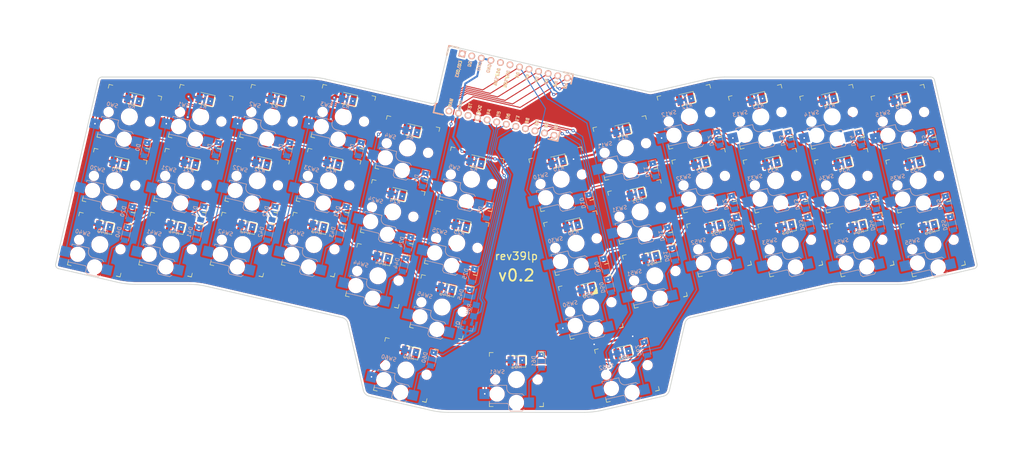
<source format=kicad_pcb>
(kicad_pcb (version 20171130) (host pcbnew 5.1.9)
  (layers (0 F.Cu signal) (31 B.Cu signal) (34 B.Paste user) (35 F.Paste user) (36 B.SilkS user) (37 F.SilkS user) (38 B.Mask user) (39 F.Mask user) (44 Edge.Cuts user))
  (net 0 "")
  (net 1 row0)
  (net 2 "Net-(D1-Pad2)")
  (net 3 "Net-(D2-Pad2)")
  (net 4 row2)
  (net 5 row4)
  (net 6 "Net-(D3-Pad2)")
  (net 7 row6)
  (net 8 "Net-(D4-Pad2)")
  (net 9 "Net-(D5-Pad2)")
  (net 10 "Net-(D10-Pad2)")
  (net 11 "Net-(D11-Pad2)")
  (net 12 "Net-(D12-Pad2)")
  (net 13 "Net-(D13-Pad2)")
  (net 14 "Net-(D14-Pad2)")
  (net 15 "Net-(D15-Pad2)")
  (net 16 "Net-(D20-Pad2)")
  (net 17 "Net-(D21-Pad2)")
  (net 18 "Net-(D22-Pad2)")
  (net 19 row1)
  (net 20 row3)
  (net 21 "Net-(D23-Pad2)")
  (net 22 "Net-(D24-Pad2)")
  (net 23 row5)
  (net 24 "Net-(D25-Pad2)")
  (net 25 "Net-(D30-Pad2)")
  (net 26 "Net-(D31-Pad2)")
  (net 27 "Net-(D32-Pad2)")
  (net 28 "Net-(D33-Pad2)")
  (net 29 "Net-(D34-Pad2)")
  (net 30 "Net-(D35-Pad2)")
  (net 31 col0)
  (net 32 col1)
  (net 33 col2)
  (net 34 col3)
  (net 35 col4)
  (net 36 col5)
  (net 37 "Net-(U1-Pad24)")
  (net 38 GND)
  (net 39 "Net-(U1-Pad22)")
  (net 40 "Net-(U1-Pad2)")
  (net 41 "Net-(U1-Pad1)")
  (net 42 "Net-(D0-Pad2)")
  (net 43 "Net-(D40-Pad2)")
  (net 44 "Net-(D41-Pad2)")
  (net 45 "Net-(D42-Pad2)")
  (net 46 "Net-(D43-Pad2)")
  (net 47 "Net-(D44-Pad2)")
  (net 48 "Net-(D45-Pad2)")
  (net 49 "Net-(D50-Pad2)")
  (net 50 "Net-(D51-Pad2)")
  (net 51 "Net-(D52-Pad2)")
  (net 52 "Net-(D53-Pad2)")
  (net 53 "Net-(D54-Pad2)")
  (net 54 "Net-(D55-Pad2)")
  (net 55 "Net-(D60-Pad2)")
  (net 56 "Net-(D61-Pad2)")
  (net 57 "Net-(D62-Pad2)")
  (net 58 "Net-(R0-Pad2)")
  (net 59 "Net-(R1-Pad2)")
  (net 60 "Net-(R2-Pad2)")
  (net 61 "Net-(R3-Pad2)")
  (net 62 "Net-(R4-Pad2)")
  (net 63 "Net-(R5-Pad2)")
  (net 64 "Net-(R10-Pad2)")
  (net 65 "Net-(R11-Pad2)")
  (net 66 "Net-(R12-Pad2)")
  (net 67 "Net-(R13-Pad2)")
  (net 68 "Net-(R14-Pad2)")
  (net 69 "Net-(R15-Pad2)")
  (net 70 "Net-(R20-Pad2)")
  (net 71 "Net-(R21-Pad2)")
  (net 72 "Net-(R22-Pad2)")
  (net 73 "Net-(R23-Pad2)")
  (net 74 "Net-(R24-Pad2)")
  (net 75 "Net-(R25-Pad2)")
  (net 76 "Net-(R30-Pad2)")
  (net 77 "Net-(R31-Pad2)")
  (net 78 "Net-(R32-Pad2)")
  (net 79 "Net-(R33-Pad2)")
  (net 80 "Net-(R34-Pad2)")
  (net 81 "Net-(R35-Pad2)")
  (net 82 "Net-(R40-Pad2)")
  (net 83 "Net-(R41-Pad2)")
  (net 84 "Net-(R42-Pad2)")
  (net 85 "Net-(R43-Pad2)")
  (net 86 "Net-(R44-Pad2)")
  (net 87 "Net-(R45-Pad2)")
  (net 88 "Net-(R50-Pad2)")
  (net 89 "Net-(R51-Pad2)")
  (net 90 "Net-(R52-Pad2)")
  (net 91 "Net-(R53-Pad2)")
  (net 92 "Net-(R54-Pad2)")
  (net 93 "Net-(R55-Pad2)")
  (net 94 "Net-(R60-Pad2)")
  (net 95 "Net-(R61-Pad2)")
  (net 96 "Net-(R62-Pad2)")
  (net 97 VCC)
  (net 98 ledOut)
  (net 99 ledTrig)
  (net 100 "Net-(U1-Pad5)")
  (net 101 "Net-(U1-Pad6)")
  (module keeblib:outlinePCB_r39lpv0.2 (layer F.Cu) (at 110.51798 -42.679449)
    (fp_text reference REF** hide)
    (fp_text value outlinePCB_r39lpv0.2)
    (fp_arc (start -21.728184 5.888887) (end -21.953135 6.863257) (angle -90) (layer Edge.Cuts) (width 0.2))
    (fp_arc (start 34.728382 1.861251) (end 34.27848 3.809991) (angle -26) (layer Edge.Cuts) (width 0.2))
    (fp_arc (start 53.959882 19.999999) (end 53.959882 0) (angle -13) (layer Edge.Cuts) (width 0.2))
    (fp_arc (start 107.33246 1) (end 108.30683 0.775048) (angle -77) (layer Edge.Cuts) (width 0.2))
    (fp_arc (start 118.349145 48.718503) (end 118.574096 49.692873) (angle -90) (layer Edge.Cuts) (width 0.2))
    (fp_arc (start 98.756722 33.741992) (end 98.756722 53.741992) (angle -13) (layer Edge.Cuts) (width 0.2))
    (fp_arc (start 84.840673 73.741992) (end 84.840673 53.741992) (angle -13) (layer Edge.Cuts) (width 0.2))
    (fp_arc (start 45.600089 64.32792) (end 45.150187 62.37918) (angle -64) (layer Edge.Cuts) (width 0.2))
    (fp_arc (start 37.695218 80.78603) (end 38.145121 82.73477) (angle -64) (layer Edge.Cuts) (width 0.2))
    (fp_arc (start 17.658193 66.938468) (end 17.658193 86.938468) (angle -13) (layer Edge.Cuts) (width 0.2))
    (fp_arc (start -17.658193 66.938468) (end -22.157214 86.425869) (angle -13) (layer Edge.Cuts) (width 0.2))
    (fp_arc (start -37.695218 80.78603) (end -39.643959 81.235932) (angle -64) (layer Edge.Cuts) (width 0.2))
    (fp_arc (start -45.600089 64.32792) (end -43.651349 63.878018) (angle -64) (layer Edge.Cuts) (width 0.2))
    (fp_arc (start -84.840673 73.741992) (end -80.341652 54.25459) (angle -13) (layer Edge.Cuts) (width 0.2))
    (fp_arc (start -98.756722 33.741992) (end -103.255744 53.229393) (angle -13) (layer Edge.Cuts) (width 0.2))
    (fp_arc (start -118.349145 48.718503) (end -119.323515 48.493552) (angle -90) (layer Edge.Cuts) (width 0.2))
    (fp_arc (start -107.33246 1) (end -107.33246 0) (angle -77) (layer Edge.Cuts) (width 0.2))
    (fp_arc (start -53.959882 19.999999) (end -49.460861 0.512598) (angle -13) (layer Edge.Cuts) (width 0.2))
    (fp_arc (start -16.714627 -6.93639) (end -16.489676 -7.910761) (angle -90) (layer Edge.Cuts) (width 0.2))
    (fp_line (start -17.688997 -7.161342) (end -20.753814 6.113838) (layer Edge.Cuts) (width 0.2))
    (fp_line (start -21.953135 6.863257) (end -49.460861 0.512598) (layer Edge.Cuts) (width 0.2))
    (fp_line (start -53.959882 0) (end -107.33246 0) (layer Edge.Cuts) (width 0.2))
    (fp_line (start -108.30683 0.775048) (end -119.323515 48.493552) (layer Edge.Cuts) (width 0.2))
    (fp_line (start -118.574096 49.692873) (end -103.255744 53.229393) (layer Edge.Cuts) (width 0.2))
    (fp_line (start -98.756722 53.741992) (end -84.840673 53.741992) (layer Edge.Cuts) (width 0.2))
    (fp_line (start -80.341652 54.25459) (end -45.150187 62.37918) (layer Edge.Cuts) (width 0.2))
    (fp_line (start -43.651349 63.878018) (end -39.643959 81.235932) (layer Edge.Cuts) (width 0.2))
    (fp_line (start -38.145121 82.73477) (end -22.157214 86.425869) (layer Edge.Cuts) (width 0.2))
    (fp_line (start -17.658193 86.938468) (end 17.658193 86.938468) (layer Edge.Cuts) (width 0.2))
    (fp_line (start 22.157214 86.425869) (end 38.145121 82.73477) (layer Edge.Cuts) (width 0.2))
    (fp_line (start 39.643959 81.235932) (end 43.651349 63.878018) (layer Edge.Cuts) (width 0.2))
    (fp_line (start 45.150187 62.37918) (end 80.341652 54.25459) (layer Edge.Cuts) (width 0.2))
    (fp_line (start 84.840673 53.741992) (end 98.756722 53.741992) (layer Edge.Cuts) (width 0.2))
    (fp_line (start 103.255744 53.229393) (end 118.574096 49.692873) (layer Edge.Cuts) (width 0.2))
    (fp_line (start 119.323515 48.493552) (end 108.30683 0.775048) (layer Edge.Cuts) (width 0.2))
    (fp_line (start 107.33246 0) (end 53.959882 0) (layer Edge.Cuts) (width 0.2))
    (fp_line (start 34.27848 3.809991) (end -16.489676 -7.910761) (layer Edge.Cuts) (width 0.2))
    (fp_line (start 49.460861 0.512598) (end 35.178284 3.809991) (layer Edge.Cuts) (width 0.2))
  )
  (module keeblib:ArduinoProMicro (layer B.Cu) (at 96.480598 -48.720647 347)
    (fp_text reference U1 hide)
    (fp_text value ProMicro hide)
    (fp_text user GND (at 2.539999 13.081 257) (layer F.SilkS) (effects (font (size 0.8 0.8))))
    (fp_text user VCC (at 7.62 13.081 257) (layer F.SilkS) (effects (font (size 0.8 0.8))))
    (fp_text user F4 (at 10.16 13.081 257) (layer F.SilkS) (effects (font (size 0.8 0.8))))
    (fp_text user F5 (at 12.7 13.081 257) (layer B.SilkS) (effects (font (size 0.8 0.8)) (justify mirror)))
    (fp_text user F6 (at 15.24 13.081 257) (layer B.SilkS) (effects (font (size 0.8 0.8)) (justify mirror)))
    (fp_text user F7 (at 17.78 13.081 257) (layer B.SilkS) (effects (font (size 0.8 0.8)) (justify mirror)))
    (fp_text user GND (at 7.62 2.159 257) (layer B.SilkS) (effects (font (size 0.8 0.8)) (justify mirror)))
    (fp_text user GND (at 5.08 2.159 257) (layer B.SilkS) (effects (font (size 0.8 0.8)) (justify mirror)))
    (fp_text user D2 (at 2.54 2.159 257) (layer B.SilkS) (effects (font (size 0.8 0.8)) (justify mirror)))
    (fp_text user D1/SDA (at 10.16 3.81 257) (layer B.SilkS) (effects (font (size 0.8 0.8)) (justify mirror)))
    (fp_text user F4 (at 10.16 13.081 257) (layer B.SilkS) (effects (font (size 0.8 0.8)) (justify mirror)))
    (fp_text user VCC (at 7.62 13.081 257) (layer B.SilkS) (effects (font (size 0.8 0.8)) (justify mirror)))
    (fp_text user ST (at 5.05 13.35312 257) (layer B.SilkS) (effects (font (size 0.8 0.8)) (justify mirror)))
    (fp_text user GND (at 2.54 13.081 257) (layer B.SilkS) (effects (font (size 0.8 0.8)) (justify mirror)))
    (fp_text user RAW (at 0 13.081 257) (layer B.SilkS) (effects (font (size 0.8 0.8)) (justify mirror)))
    (fp_text user RAW (at 0 13.081 257) (layer F.SilkS) (effects (font (size 0.8 0.8))))
    (fp_text user B3 (at 22.86 13.081 257) (layer B.SilkS) (effects (font (size 0.8 0.8)) (justify mirror)))
    (fp_text user F7 (at 17.78 13.081 257) (layer F.SilkS) (effects (font (size 0.8 0.8))))
    (fp_text user D2 (at 2.54 2.159 257) (layer F.SilkS) (effects (font (size 0.8 0.8))))
    (fp_text user B1 (at 20.32 13.081 257) (layer F.SilkS) (effects (font (size 0.8 0.8))))
    (fp_text user B3 (at 22.86 13.081 257) (layer F.SilkS) (effects (font (size 0.8 0.8))))
    (fp_text user B2 (at 25.4 13.081 257) (layer B.SilkS) (effects (font (size 0.8 0.8)) (justify mirror)))
    (fp_text user B6 (at 27.94 13.081 257) (layer F.SilkS) (effects (font (size 0.8 0.8))))
    (fp_text user D4 (at 15.24 2.159 257) (layer B.SilkS) (effects (font (size 0.8 0.8)) (justify mirror)))
    (fp_text user GND (at 5.08 2.159 257) (layer F.SilkS) (effects (font (size 0.8 0.8))))
    (fp_text user GND (at 7.62 2.159 257) (layer F.SilkS) (effects (font (size 0.8 0.8))))
    (fp_text user D1/SDA (at 10.16 3.81 257) (layer F.SilkS) (effects (font (size 0.8 0.8))))
    (fp_text user D0/SCL (at 12.7 3.81 257) (layer F.SilkS) (effects (font (size 0.8 0.8))))
    (fp_text user F6 (at 15.24 13.081 257) (layer F.SilkS) (effects (font (size 0.8 0.8))))
    (fp_text user F5 (at 12.7 13.081 257) (layer F.SilkS) (effects (font (size 0.8 0.8))))
    (fp_text user B6 (at 27.94 13.081 257) (layer B.SilkS) (effects (font (size 0.8 0.8)) (justify mirror)))
    (fp_text user C6 (at 17.78 2.159 257) (layer B.SilkS) (effects (font (size 0.8 0.8)) (justify mirror)))
    (fp_text user D7 (at 20.32 2.159 257) (layer B.SilkS) (effects (font (size 0.8 0.8)) (justify mirror)))
    (fp_text user E6 (at 22.86 2.159 257) (layer B.SilkS) (effects (font (size 0.8 0.8)) (justify mirror)))
    (fp_text user B4 (at 25.400001 2.159 257) (layer B.SilkS) (effects (font (size 0.8 0.8)) (justify mirror)))
    (fp_text user B5 (at 27.94 2.159 257) (layer B.SilkS) (effects (font (size 0.8 0.8)) (justify mirror)))
    (fp_text user D0/SCL (at 12.7 3.81 257) (layer B.SilkS) (effects (font (size 0.8 0.8)) (justify mirror)))
    (fp_text user B1 (at 20.32 13.081 257) (layer B.SilkS) (effects (font (size 0.8 0.8)) (justify mirror)))
    (fp_text user TX0/D3 (at 0.000001 4.048128 257) (layer F.SilkS) (effects (font (size 0.8 0.8))))
    (fp_text user B5 (at 27.94 2.159 257) (layer F.SilkS) (effects (font (size 0.8 0.8))))
    (fp_text user B4 (at 25.400001 2.159 257) (layer F.SilkS) (effects (font (size 0.8 0.8))))
    (fp_text user E6 (at 22.86 2.159 257) (layer F.SilkS) (effects (font (size 0.8 0.8))))
    (fp_text user D7 (at 20.32 2.159 257) (layer F.SilkS) (effects (font (size 0.8 0.8))))
    (fp_text user C6 (at 17.78 2.159 257) (layer F.SilkS) (effects (font (size 0.8 0.8))))
    (fp_text user D4 (at 15.24 2.159 257) (layer F.SilkS) (effects (font (size 0.8 0.8))))
    (fp_text user B2 (at 25.4 13.081 257) (layer F.SilkS) (effects (font (size 0.8 0.8))))
    (fp_text user TX0/D3 (at 0.000001 4.048128 257) (layer B.SilkS) (effects (font (size 0.8 0.8)) (justify mirror)))
    (fp_text user ST (at 5.06 12.66 257) (layer F.SilkS) (effects (font (size 0.8 0.8))))
    (pad 13 thru_hole circle (at 27.94 15.24 347) (size 1.7526 1.7526) (drill 1.0922) (layers *.Cu *.SilkS *.Mask) (net 99 ledTrig))
    (pad 22 thru_hole circle (at 5.08 15.24 347) (size 1.7526 1.7526) (drill 1.0922) (layers *.Cu *.SilkS *.Mask) (net 39 "Net-(U1-Pad22)"))
    (pad 21 thru_hole circle (at 7.62 15.24 347) (size 1.7526 1.7526) (drill 1.0922) (layers *.Cu *.SilkS *.Mask) (net 97 VCC))
    (pad 17 thru_hole circle (at 17.78 15.24 347) (size 1.7526 1.7526) (drill 1.0922) (layers *.Cu *.SilkS *.Mask) (net 7 row6))
    (pad 12 thru_hole circle (at 27.94 0 347) (size 1.7526 1.7526) (drill 1.0922) (layers *.Cu *.SilkS *.Mask) (net 36 col5))
    (pad 20 thru_hole circle (at 10.16 15.24 347) (size 1.7526 1.7526) (drill 1.0922) (layers *.Cu *.SilkS *.Mask) (net 1 row0))
    (pad 19 thru_hole circle (at 12.7 15.24 347) (size 1.7526 1.7526) (drill 1.0922) (layers *.Cu *.SilkS *.Mask) (net 4 row2))
    (pad 4 thru_hole circle (at 7.62 0 347) (size 1.7526 1.7526) (drill 1.0922) (layers *.Cu *.SilkS *.Mask) (net 38 GND))
    (pad 3 thru_hole circle (at 5.08 0 347) (size 1.7526 1.7526) (drill 1.0922) (layers *.Cu *.SilkS *.Mask) (net 38 GND))
    (pad 2 thru_hole circle (at 2.54 0 347) (size 1.7526 1.7526) (drill 1.0922) (layers *.Cu *.SilkS *.Mask) (net 40 "Net-(U1-Pad2)"))
    (pad 7 thru_hole circle (at 15.24 0 347) (size 1.7526 1.7526) (drill 1.0922) (layers *.Cu *.SilkS *.Mask) (net 31 col0))
    (pad 6 thru_hole circle (at 12.7 0 347) (size 1.7526 1.7526) (drill 1.0922) (layers *.Cu *.SilkS *.Mask) (net 101 "Net-(U1-Pad6)"))
    (pad 5 thru_hole circle (at 10.16 0 347) (size 1.7526 1.7526) (drill 1.0922) (layers *.Cu *.SilkS *.Mask) (net 100 "Net-(U1-Pad5)"))
    (pad 18 thru_hole circle (at 15.24 15.24 347) (size 1.7526 1.7526) (drill 1.0922) (layers *.Cu *.SilkS *.Mask) (net 5 row4))
    (pad 1 thru_hole rect (at 0 0 347) (size 1.7526 1.7526) (drill 1.0922) (layers *.Cu *.SilkS *.Mask) (net 41 "Net-(U1-Pad1)"))
    (pad 16 thru_hole circle (at 20.32 15.24 347) (size 1.7526 1.7526) (drill 1.0922) (layers *.Cu *.SilkS *.Mask) (net 23 row5))
    (pad 15 thru_hole circle (at 22.86 15.24 347) (size 1.7526 1.7526) (drill 1.0922) (layers *.Cu *.SilkS *.Mask) (net 20 row3))
    (pad 24 thru_hole circle (at 0 15.24 347) (size 1.7526 1.7526) (drill 1.0922) (layers *.Cu *.SilkS *.Mask) (net 37 "Net-(U1-Pad24)"))
    (pad 23 thru_hole circle (at 2.54 15.24 347) (size 1.7526 1.7526) (drill 1.0922) (layers *.Cu *.SilkS *.Mask) (net 38 GND))
    (pad 10 thru_hole circle (at 22.86 0 347) (size 1.7526 1.7526) (drill 1.0922) (layers *.Cu *.SilkS *.Mask) (net 34 col3))
    (pad 9 thru_hole circle (at 20.32 0 347) (size 1.7526 1.7526) (drill 1.0922) (layers *.Cu *.SilkS *.Mask) (net 33 col2))
    (pad 8 thru_hole circle (at 17.78 0 347) (size 1.7526 1.7526) (drill 1.0922) (layers *.Cu *.SilkS *.Mask) (net 32 col1))
    (pad 14 thru_hole circle (at 25.4 15.24 347) (size 1.7526 1.7526) (drill 1.0922) (layers *.Cu *.SilkS *.Mask) (net 19 row1))
    (pad 11 thru_hole circle (at 25.4 0 347) (size 1.7526 1.7526) (drill 1.0922) (layers *.Cu *.SilkS *.Mask) (net 35 col4))
  )
  (module keeblib:PG1350_socket_smdLed (layer F.Cu) (at 138.738054 -24.274502 13)
    (fp_text reference SW11 (at -5 -2 13) (layer B.SilkS) (effects (justify mirror)))
    (fp_text value SW_Push)
    (pad 3 smd rect (at 1.5 -4.7 13) (size 1.5 2.6) (layers F.Cu F.Paste F.Mask) (net 65 "Net-(R11-Pad2)"))
    (pad 4 smd rect (at -1.5 -4.7 193) (size 1.5 2.6) (layers F.Cu F.Paste F.Mask) (net 97 VCC))
    (pad "" np_thru_hole circle (at -5.5 0 13) (size 1.7018 1.7018) (drill 1.7018) (layers *.Cu *.Mask))
    (pad "" np_thru_hole circle (at 5.5 0 13) (size 1.7018 1.7018) (drill 1.7018) (layers *.Cu *.Mask))
    (pad 1 smd rect (at 3.275 5.95 13) (size 2.6 2.6) (layers B.Cu B.Paste B.Mask) (net 11 "Net-(D11-Pad2)"))
    (pad "" np_thru_hole circle (at -5 3.75 13) (size 3 3) (drill 3) (layers *.Cu *.Mask))
    (pad "" np_thru_hole circle (at 0 0 13) (size 3.429 3.429) (drill 3.429) (layers *.Cu *.Mask))
    (pad "" np_thru_hole circle (at 0 5.95 13) (size 3 3) (drill 3) (layers *.Cu *.Mask))
    (pad 2 smd rect (at -8.275 3.75 13) (size 2.6 2.6) (layers B.Cu B.Paste B.Mask) (net 32 col1))
  )
  (module keeblib:PG1350_socket_smdLed (layer F.Cu) (at 129.782542 16.952312 13)
    (fp_text reference SW50 (at -5 -2 13) (layer B.SilkS) (effects (justify mirror)))
    (fp_text value SW_Push)
    (pad 2 smd rect (at -8.275 3.75 13) (size 2.6 2.6) (layers B.Cu B.Paste B.Mask) (net 31 col0))
    (pad "" np_thru_hole circle (at 0 5.95 13) (size 3 3) (drill 3) (layers *.Cu *.Mask))
    (pad "" np_thru_hole circle (at 0 0 13) (size 3.429 3.429) (drill 3.429) (layers *.Cu *.Mask))
    (pad "" np_thru_hole circle (at -5 3.75 13) (size 3 3) (drill 3) (layers *.Cu *.Mask))
    (pad 1 smd rect (at 3.275 5.95 13) (size 2.6 2.6) (layers B.Cu B.Paste B.Mask) (net 49 "Net-(D50-Pad2)"))
    (pad "" np_thru_hole circle (at 5.5 0 13) (size 1.7018 1.7018) (drill 1.7018) (layers *.Cu *.Mask))
    (pad "" np_thru_hole circle (at -5.5 0 13) (size 1.7018 1.7018) (drill 1.7018) (layers *.Cu *.Mask))
    (pad 4 smd rect (at -1.5 -4.7 193) (size 1.5 2.6) (layers F.Cu F.Paste F.Mask) (net 97 VCC))
    (pad 3 smd rect (at 1.5 -4.7 13) (size 1.5 2.6) (layers F.Cu F.Paste F.Mask) (net 88 "Net-(R50-Pad2)"))
  )
  (module keeblib:PG1350_socket_smdLed (layer F.Cu) (at 139.143213 33.273261 13)
    (fp_text reference SW62 (at -5 -2 13) (layer B.SilkS) (effects (justify mirror)))
    (fp_text value SW_Push)
    (pad 3 smd rect (at 1.5 -4.7 13) (size 1.5 2.6) (layers F.Cu F.Paste F.Mask) (net 96 "Net-(R62-Pad2)"))
    (pad 4 smd rect (at -1.5 -4.7 193) (size 1.5 2.6) (layers F.Cu F.Paste F.Mask) (net 97 VCC))
    (pad "" np_thru_hole circle (at -5.5 0 13) (size 1.7018 1.7018) (drill 1.7018) (layers *.Cu *.Mask))
    (pad "" np_thru_hole circle (at 5.5 0 13) (size 1.7018 1.7018) (drill 1.7018) (layers *.Cu *.Mask))
    (pad 1 smd rect (at 3.275 5.95 13) (size 2.6 2.6) (layers B.Cu B.Paste B.Mask) (net 57 "Net-(D62-Pad2)"))
    (pad "" np_thru_hole circle (at -5 3.75 13) (size 3 3) (drill 3) (layers *.Cu *.Mask))
    (pad "" np_thru_hole circle (at 0 0 13) (size 3.429 3.429) (drill 3.429) (layers *.Cu *.Mask))
    (pad "" np_thru_hole circle (at 0 5.95 13) (size 3 3) (drill 3) (layers *.Cu *.Mask))
    (pad 2 smd rect (at -8.275 3.75 13) (size 2.6 2.6) (layers B.Cu B.Paste B.Mask) (net 33 col2))
  )
  (module Resistor_SMD:R_MiniMELF_MMA-0204 (layer B.Cu) (at 138.074699 28.645008 13)
    (fp_text reference R62 (at 0 1.65 13) (layer B.SilkS) (effects (justify mirror)))
    (fp_text value R)
    (pad 1 smd rect (at -1.5 0 13) (size 1.5 1.8) (layers B.Cu B.Paste B.Mask) (net 98 ledOut))
    (pad 2 smd rect (at 1.5 0 13) (size 1.5 1.8) (layers B.Cu B.Paste B.Mask) (net 96 "Net-(R62-Pad2)"))
  )
  (module Diode_SMD:D_MiniMELF (layer B.Cu) (at 144.03339 27.782484 283)
    (fp_text reference D62 (at 0 2 103) (layer B.SilkS) (effects (justify mirror)))
    (fp_text value D)
    (pad 1 smd rect (at -1.75 0 283) (size 1.3 1.7) (layers B.Cu B.Paste B.Mask) (net 7 row6))
    (pad 2 smd rect (at 1.75 0 283) (size 1.3 1.7) (layers B.Cu B.Paste B.Mask) (net 57 "Net-(D62-Pad2)"))
  )
  (module Resistor_SMD:R_MiniMELF_MMA-0204 (layer B.Cu) (at 83.0175 28.40142 347)
    (fp_text reference R60 (at 0 1.65 167) (layer B.SilkS) (effects (justify mirror)))
    (fp_text value R)
    (pad 2 smd rect (at 1.5 0 347) (size 1.5 1.8) (layers B.Cu B.Paste B.Mask) (net 94 "Net-(R60-Pad2)"))
    (pad 1 smd rect (at -1.5 0 347) (size 1.5 1.8) (layers B.Cu B.Paste B.Mask) (net 98 ledOut))
  )
  (module Diode_SMD:D_MiniMELF (layer B.Cu) (at 88.695006 30.4819 257)
    (fp_text reference D60 (at 0 2 77) (layer B.SilkS) (effects (justify mirror)))
    (fp_text value D)
    (pad 2 smd rect (at 1.75 0 257) (size 1.3 1.7) (layers B.Cu B.Paste B.Mask) (net 55 "Net-(D60-Pad2)"))
    (pad 1 smd rect (at -1.75 0 257) (size 1.3 1.7) (layers B.Cu B.Paste B.Mask) (net 7 row6))
  )
  (module keeblib:PG1350_socket_smdLed (layer F.Cu) (at 81.892746 33.273265 347)
    (fp_text reference SW60 (at -5 -2 167) (layer B.SilkS) (effects (justify mirror)))
    (fp_text value SW_Push)
    (pad 3 smd rect (at 1.5 -4.7 347) (size 1.5 2.6) (layers F.Cu F.Paste F.Mask) (net 94 "Net-(R60-Pad2)"))
    (pad 4 smd rect (at -1.5 -4.7 167) (size 1.5 2.6) (layers F.Cu F.Paste F.Mask) (net 97 VCC))
    (pad "" np_thru_hole circle (at -5.5 0 347) (size 1.7018 1.7018) (drill 1.7018) (layers *.Cu *.Mask))
    (pad "" np_thru_hole circle (at 5.5 0 347) (size 1.7018 1.7018) (drill 1.7018) (layers *.Cu *.Mask))
    (pad 1 smd rect (at 3.275 5.95 347) (size 2.6 2.6) (layers B.Cu B.Paste B.Mask) (net 55 "Net-(D60-Pad2)"))
    (pad "" np_thru_hole circle (at -5 3.75 347) (size 3 3) (drill 3) (layers *.Cu *.Mask))
    (pad "" np_thru_hole circle (at 0 0 347) (size 3.429 3.429) (drill 3.429) (layers *.Cu *.Mask))
    (pad "" np_thru_hole circle (at 0 5.95 347) (size 3 3) (drill 3) (layers *.Cu *.Mask))
    (pad 2 smd rect (at -8.275 3.75 347) (size 2.6 2.6) (layers B.Cu B.Paste B.Mask) (net 31 col0))
  )
  (module Resistor_SMD:R_MiniMELF_MMA-0204 (layer B.Cu) (at 145.261635 3.982228 13)
    (fp_text reference R51 (at 0 1.65 13) (layer B.SilkS) (effects (justify mirror)))
    (fp_text value R)
    (pad 2 smd rect (at 1.5 0 13) (size 1.5 1.8) (layers B.Cu B.Paste B.Mask) (net 89 "Net-(R51-Pad2)"))
    (pad 1 smd rect (at -1.5 0 13) (size 1.5 1.8) (layers B.Cu B.Paste B.Mask) (net 98 ledOut))
  )
  (module Resistor_SMD:R_MiniMELF_MMA-0204 (layer B.Cu) (at 110.517975 30.75902)
    (fp_text reference R61 (at 0 1.65) (layer B.SilkS) (effects (justify mirror)))
    (fp_text value R)
    (pad 1 smd rect (at -1.5 0) (size 1.5 1.8) (layers B.Cu B.Paste B.Mask) (net 98 ledOut))
    (pad 2 smd rect (at 1.5 0) (size 1.5 1.8) (layers B.Cu B.Paste B.Mask) (net 95 "Net-(R61-Pad2)"))
  )
  (module Diode_SMD:D_MiniMELF (layer B.Cu) (at 117.017981 31.009025 270)
    (fp_text reference D61 (at 0 2 90) (layer B.SilkS) (effects (justify mirror)))
    (fp_text value D)
    (pad 1 smd rect (at -1.75 0 270) (size 1.3 1.7) (layers B.Cu B.Paste B.Mask) (net 7 row6))
    (pad 2 smd rect (at 1.75 0 270) (size 1.3 1.7) (layers B.Cu B.Paste B.Mask) (net 56 "Net-(D61-Pad2)"))
  )
  (module Resistor_SMD:R_MiniMELF_MMA-0204 (layer B.Cu) (at 124.946089 -3.996645 13)
    (fp_text reference R30 (at 0 1.65 13) (layer B.SilkS) (effects (justify mirror)))
    (fp_text value R)
    (pad 2 smd rect (at 1.5 0 13) (size 1.5 1.8) (layers B.Cu B.Paste B.Mask) (net 76 "Net-(R30-Pad2)"))
    (pad 1 smd rect (at -1.5 0 13) (size 1.5 1.8) (layers B.Cu B.Paste B.Mask) (net 98 ledOut))
  )
  (module Resistor_SMD:R_MiniMELF_MMA-0204 (layer B.Cu) (at 217.285905 -4.116015 13)
    (fp_text reference R55 (at 0 1.65 13) (layer B.SilkS) (effects (justify mirror)))
    (fp_text value R)
    (pad 2 smd rect (at 1.5 0 13) (size 1.5 1.8) (layers B.Cu B.Paste B.Mask) (net 93 "Net-(R55-Pad2)"))
    (pad 1 smd rect (at -1.5 0 13) (size 1.5 1.8) (layers B.Cu B.Paste B.Mask) (net 98 ledOut))
  )
  (module Resistor_SMD:R_MiniMELF_MMA-0204 (layer B.Cu) (at 198.812429 -4.116014 13)
    (fp_text reference R54 (at 0 1.65 13) (layer B.SilkS) (effects (justify mirror)))
    (fp_text value R)
    (pad 2 smd rect (at 1.5 0 13) (size 1.5 1.8) (layers B.Cu B.Paste B.Mask) (net 92 "Net-(R54-Pad2)"))
    (pad 1 smd rect (at -1.5 0 13) (size 1.5 1.8) (layers B.Cu B.Paste B.Mask) (net 98 ledOut))
  )
  (module Resistor_SMD:R_MiniMELF_MMA-0204 (layer B.Cu) (at 180.338956 -4.116015 13)
    (fp_text reference R53 (at 0 1.65 13) (layer B.SilkS) (effects (justify mirror)))
    (fp_text value R)
    (pad 2 smd rect (at 1.5 0 13) (size 1.5 1.8) (layers B.Cu B.Paste B.Mask) (net 91 "Net-(R53-Pad2)"))
    (pad 1 smd rect (at -1.5 0 13) (size 1.5 1.8) (layers B.Cu B.Paste B.Mask) (net 98 ledOut))
  )
  (module Resistor_SMD:R_MiniMELF_MMA-0204 (layer B.Cu) (at 161.921713 -3.872415 13)
    (fp_text reference R52 (at 0 1.65 13) (layer B.SilkS) (effects (justify mirror)))
    (fp_text value R)
    (pad 2 smd rect (at 1.5 0 13) (size 1.5 1.8) (layers B.Cu B.Paste B.Mask) (net 90 "Net-(R52-Pad2)"))
    (pad 1 smd rect (at -1.5 0 13) (size 1.5 1.8) (layers B.Cu B.Paste B.Mask) (net 98 ledOut))
  )
  (module Resistor_SMD:R_MiniMELF_MMA-0204 (layer B.Cu) (at 128.71402 12.324049 13)
    (fp_text reference R50 (at 0 1.65 13) (layer B.SilkS) (effects (justify mirror)))
    (fp_text value R)
    (pad 2 smd rect (at 1.5 0 13) (size 1.5 1.8) (layers B.Cu B.Paste B.Mask) (net 88 "Net-(R50-Pad2)"))
    (pad 1 smd rect (at -1.5 0 13) (size 1.5 1.8) (layers B.Cu B.Paste B.Mask) (net 98 ledOut))
  )
  (module Resistor_SMD:R_MiniMELF_MMA-0204 (layer B.Cu) (at 92.378176 12.080471 347)
    (fp_text reference R45 (at 0 1.65 167) (layer B.SilkS) (effects (justify mirror)))
    (fp_text value R)
    (pad 2 smd rect (at 1.5 0 347) (size 1.5 1.8) (layers B.Cu B.Paste B.Mask) (net 87 "Net-(R45-Pad2)"))
    (pad 1 smd rect (at -1.5 0 347) (size 1.5 1.8) (layers B.Cu B.Paste B.Mask) (net 98 ledOut))
  )
  (module Resistor_SMD:R_MiniMELF_MMA-0204 (layer B.Cu) (at 75.77432 3.982228 347)
    (fp_text reference R44 (at 0 1.65 167) (layer B.SilkS) (effects (justify mirror)))
    (fp_text value R)
    (pad 2 smd rect (at 1.5 0 347) (size 1.5 1.8) (layers B.Cu B.Paste B.Mask) (net 86 "Net-(R44-Pad2)"))
    (pad 1 smd rect (at -1.5 0 347) (size 1.5 1.8) (layers B.Cu B.Paste B.Mask) (net 98 ledOut))
  )
  (module Resistor_SMD:R_MiniMELF_MMA-0204 (layer B.Cu) (at 59.170475 -4.116012 347)
    (fp_text reference R43 (at 0 1.65 167) (layer B.SilkS) (effects (justify mirror)))
    (fp_text value R)
    (pad 2 smd rect (at 1.5 0 347) (size 1.5 1.8) (layers B.Cu B.Paste B.Mask) (net 85 "Net-(R43-Pad2)"))
    (pad 1 smd rect (at -1.5 0 347) (size 1.5 1.8) (layers B.Cu B.Paste B.Mask) (net 98 ledOut))
  )
  (module Resistor_SMD:R_MiniMELF_MMA-0204 (layer B.Cu) (at 40.696999 -4.11601 347)
    (fp_text reference R42 (at 0 1.65 167) (layer B.SilkS) (effects (justify mirror)))
    (fp_text value R)
    (pad 2 smd rect (at 1.5 0 347) (size 1.5 1.8) (layers B.Cu B.Paste B.Mask) (net 84 "Net-(R42-Pad2)"))
    (pad 1 smd rect (at -1.5 0 347) (size 1.5 1.8) (layers B.Cu B.Paste B.Mask) (net 98 ledOut))
  )
  (module Resistor_SMD:R_MiniMELF_MMA-0204 (layer B.Cu) (at 22.22353 -4.116008 347)
    (fp_text reference R41 (at 0 1.65 167) (layer B.SilkS) (effects (justify mirror)))
    (fp_text value R)
    (pad 2 smd rect (at 1.5 0 347) (size 1.5 1.8) (layers B.Cu B.Paste B.Mask) (net 83 "Net-(R41-Pad2)"))
    (pad 1 smd rect (at -1.5 0 347) (size 1.5 1.8) (layers B.Cu B.Paste B.Mask) (net 98 ledOut))
  )
  (module Resistor_SMD:R_MiniMELF_MMA-0204 (layer B.Cu) (at 3.750051 -4.116012 347)
    (fp_text reference R40 (at 0 1.65 167) (layer B.SilkS) (effects (justify mirror)))
    (fp_text value R)
    (pad 2 smd rect (at 1.5 0 347) (size 1.5 1.8) (layers B.Cu B.Paste B.Mask) (net 82 "Net-(R40-Pad2)"))
    (pad 1 smd rect (at -1.5 0 347) (size 1.5 1.8) (layers B.Cu B.Paste B.Mask) (net 98 ledOut))
  )
  (module Resistor_SMD:R_MiniMELF_MMA-0204 (layer B.Cu) (at 213.574209 -20.193118 13)
    (fp_text reference R35 (at 0 1.65 13) (layer B.SilkS) (effects (justify mirror)))
    (fp_text value R)
    (pad 2 smd rect (at 1.5 0 13) (size 1.5 1.8) (layers B.Cu B.Paste B.Mask) (net 81 "Net-(R35-Pad2)"))
    (pad 1 smd rect (at -1.5 0 13) (size 1.5 1.8) (layers B.Cu B.Paste B.Mask) (net 98 ledOut))
  )
  (module Resistor_SMD:R_MiniMELF_MMA-0204 (layer B.Cu) (at 195.100732 -20.19312 13)
    (fp_text reference R34 (at 0 1.65 13) (layer B.SilkS) (effects (justify mirror)))
    (fp_text value R)
    (pad 2 smd rect (at 1.5 0 13) (size 1.5 1.8) (layers B.Cu B.Paste B.Mask) (net 80 "Net-(R34-Pad2)"))
    (pad 1 smd rect (at -1.5 0 13) (size 1.5 1.8) (layers B.Cu B.Paste B.Mask) (net 98 ledOut))
  )
  (module Resistor_SMD:R_MiniMELF_MMA-0204 (layer B.Cu) (at 176.627264 -20.193124 13)
    (fp_text reference R33 (at 0 1.65 13) (layer B.SilkS) (effects (justify mirror)))
    (fp_text value R)
    (pad 2 smd rect (at 1.5 0 13) (size 1.5 1.8) (layers B.Cu B.Paste B.Mask) (net 79 "Net-(R33-Pad2)"))
    (pad 1 smd rect (at -1.5 0 13) (size 1.5 1.8) (layers B.Cu B.Paste B.Mask) (net 98 ledOut))
  )
  (module Resistor_SMD:R_MiniMELF_MMA-0204 (layer B.Cu) (at 158.153784 -20.193114 13)
    (fp_text reference R32 (at 0 1.65 13) (layer B.SilkS) (effects (justify mirror)))
    (fp_text value R)
    (pad 2 smd rect (at 1.5 0 13) (size 1.5 1.8) (layers B.Cu B.Paste B.Mask) (net 78 "Net-(R32-Pad2)"))
    (pad 1 smd rect (at -1.5 0 13) (size 1.5 1.8) (layers B.Cu B.Paste B.Mask) (net 98 ledOut))
  )
  (module Resistor_SMD:R_MiniMELF_MMA-0204 (layer B.Cu) (at 141.493704 -12.338479 13)
    (fp_text reference R31 (at 0 1.65 13) (layer B.SilkS) (effects (justify mirror)))
    (fp_text value R)
    (pad 2 smd rect (at 1.5 0 13) (size 1.5 1.8) (layers B.Cu B.Paste B.Mask) (net 77 "Net-(R31-Pad2)"))
    (pad 1 smd rect (at -1.5 0 13) (size 1.5 1.8) (layers B.Cu B.Paste B.Mask) (net 98 ledOut))
  )
  (module Resistor_SMD:R_MiniMELF_MMA-0204 (layer B.Cu) (at 96.089865 -3.996644 347)
    (fp_text reference R25 (at 0 1.65 167) (layer B.SilkS) (effects (justify mirror)))
    (fp_text value R)
    (pad 2 smd rect (at 1.5 0 347) (size 1.5 1.8) (layers B.Cu B.Paste B.Mask) (net 75 "Net-(R25-Pad2)"))
    (pad 1 smd rect (at -1.5 0 347) (size 1.5 1.8) (layers B.Cu B.Paste B.Mask) (net 98 ledOut))
  )
  (module Resistor_SMD:R_MiniMELF_MMA-0204 (layer B.Cu) (at 79.486016 -12.094878 347)
    (fp_text reference R24 (at 0 1.65 167) (layer B.SilkS) (effects (justify mirror)))
    (fp_text value R)
    (pad 2 smd rect (at 1.5 0 347) (size 1.5 1.8) (layers B.Cu B.Paste B.Mask) (net 74 "Net-(R24-Pad2)"))
    (pad 1 smd rect (at -1.5 0 347) (size 1.5 1.8) (layers B.Cu B.Paste B.Mask) (net 98 ledOut))
  )
  (module Resistor_SMD:R_MiniMELF_MMA-0204 (layer B.Cu) (at 62.882168 -20.193116 347)
    (fp_text reference R23 (at 0 1.65 167) (layer B.SilkS) (effects (justify mirror)))
    (fp_text value R)
    (pad 2 smd rect (at 1.5 0 347) (size 1.5 1.8) (layers B.Cu B.Paste B.Mask) (net 73 "Net-(R23-Pad2)"))
    (pad 1 smd rect (at -1.5 0 347) (size 1.5 1.8) (layers B.Cu B.Paste B.Mask) (net 98 ledOut))
  )
  (module Resistor_SMD:R_MiniMELF_MMA-0204 (layer B.Cu) (at 44.408692 -20.193122 347)
    (fp_text reference R22 (at 0 1.65 167) (layer B.SilkS) (effects (justify mirror)))
    (fp_text value R)
    (pad 2 smd rect (at 1.5 0 347) (size 1.5 1.8) (layers B.Cu B.Paste B.Mask) (net 72 "Net-(R22-Pad2)"))
    (pad 1 smd rect (at -1.5 0 347) (size 1.5 1.8) (layers B.Cu B.Paste B.Mask) (net 98 ledOut))
  )
  (module Resistor_SMD:R_MiniMELF_MMA-0204 (layer B.Cu) (at 25.93522 -20.193112 347)
    (fp_text reference R21 (at 0 1.65 167) (layer B.SilkS) (effects (justify mirror)))
    (fp_text value R)
    (pad 2 smd rect (at 1.5 0 347) (size 1.5 1.8) (layers B.Cu B.Paste B.Mask) (net 71 "Net-(R21-Pad2)"))
    (pad 1 smd rect (at -1.5 0 347) (size 1.5 1.8) (layers B.Cu B.Paste B.Mask) (net 98 ledOut))
  )
  (module Resistor_SMD:R_MiniMELF_MMA-0204 (layer B.Cu) (at 7.461747 -20.193112 347)
    (fp_text reference R20 (at 0 1.65 167) (layer B.SilkS) (effects (justify mirror)))
    (fp_text value R)
    (pad 2 smd rect (at 1.5 0 347) (size 1.5 1.8) (layers B.Cu B.Paste B.Mask) (net 70 "Net-(R20-Pad2)"))
    (pad 1 smd rect (at -1.5 0 347) (size 1.5 1.8) (layers B.Cu B.Paste B.Mask) (net 98 ledOut))
  )
  (module Resistor_SMD:R_MiniMELF_MMA-0204 (layer B.Cu) (at 209.750045 -36.757409 13)
    (fp_text reference R15 (at 0 1.65 13) (layer B.SilkS) (effects (justify mirror)))
    (fp_text value R)
    (pad 2 smd rect (at 1.5 0 13) (size 1.5 1.8) (layers B.Cu B.Paste B.Mask) (net 69 "Net-(R15-Pad2)"))
    (pad 1 smd rect (at -1.5 0 13) (size 1.5 1.8) (layers B.Cu B.Paste B.Mask) (net 98 ledOut))
  )
  (module Resistor_SMD:R_MiniMELF_MMA-0204 (layer B.Cu) (at 191.276572 -36.757413 13)
    (fp_text reference R14 (at 0 1.65 13) (layer B.SilkS) (effects (justify mirror)))
    (fp_text value R)
    (pad 2 smd rect (at 1.5 0 13) (size 1.5 1.8) (layers B.Cu B.Paste B.Mask) (net 68 "Net-(R14-Pad2)"))
    (pad 1 smd rect (at -1.5 0 13) (size 1.5 1.8) (layers B.Cu B.Paste B.Mask) (net 98 ledOut))
  )
  (module Resistor_SMD:R_MiniMELF_MMA-0204 (layer B.Cu) (at 172.803096 -36.757412 13)
    (fp_text reference R13 (at 0 1.65 13) (layer B.SilkS) (effects (justify mirror)))
    (fp_text value R)
    (pad 2 smd rect (at 1.5 0 13) (size 1.5 1.8) (layers B.Cu B.Paste B.Mask) (net 67 "Net-(R13-Pad2)"))
    (pad 1 smd rect (at -1.5 0 13) (size 1.5 1.8) (layers B.Cu B.Paste B.Mask) (net 98 ledOut))
  )
  (module Resistor_SMD:R_MiniMELF_MMA-0204 (layer B.Cu) (at 154.329619 -36.757408 13)
    (fp_text reference R12 (at 0 1.65 13) (layer B.SilkS) (effects (justify mirror)))
    (fp_text value R)
    (pad 2 smd rect (at 1.5 0 13) (size 1.5 1.8) (layers B.Cu B.Paste B.Mask) (net 66 "Net-(R12-Pad2)"))
    (pad 1 smd rect (at -1.5 0 13) (size 1.5 1.8) (layers B.Cu B.Paste B.Mask) (net 98 ledOut))
  )
  (module Resistor_SMD:R_MiniMELF_MMA-0204 (layer B.Cu) (at 137.725769 -28.659175 13)
    (fp_text reference R11 (at 0 1.65 13) (layer B.SilkS) (effects (justify mirror)))
    (fp_text value R)
    (pad 2 smd rect (at 1.5 0 13) (size 1.5 1.8) (layers B.Cu B.Paste B.Mask) (net 65 "Net-(R11-Pad2)"))
    (pad 1 smd rect (at -1.5 0 13) (size 1.5 1.8) (layers B.Cu B.Paste B.Mask) (net 98 ledOut))
  )
  (module Resistor_SMD:R_MiniMELF_MMA-0204 (layer B.Cu) (at 121.121926 -20.560929 13)
    (fp_text reference R10 (at 0 1.65 13) (layer B.SilkS) (effects (justify mirror)))
    (fp_text value R)
    (pad 2 smd rect (at 1.5 0 13) (size 1.5 1.8) (layers B.Cu B.Paste B.Mask) (net 64 "Net-(R10-Pad2)"))
    (pad 1 smd rect (at -1.5 0 13) (size 1.5 1.8) (layers B.Cu B.Paste B.Mask) (net 98 ledOut))
  )
  (module Resistor_SMD:R_MiniMELF_MMA-0204 (layer B.Cu) (at 99.914028 -20.560937 347)
    (fp_text reference R5 (at 0 1.65 167) (layer B.SilkS) (effects (justify mirror)))
    (fp_text value R)
    (pad 2 smd rect (at 1.5 0 347) (size 1.5 1.8) (layers B.Cu B.Paste B.Mask) (net 63 "Net-(R5-Pad2)"))
    (pad 1 smd rect (at -1.5 0 347) (size 1.5 1.8) (layers B.Cu B.Paste B.Mask) (net 98 ledOut))
  )
  (module Resistor_SMD:R_MiniMELF_MMA-0204 (layer B.Cu) (at 83.310187 -28.659169 347)
    (fp_text reference R4 (at 0 1.65 167) (layer B.SilkS) (effects (justify mirror)))
    (fp_text value R)
    (pad 2 smd rect (at 1.5 0 347) (size 1.5 1.8) (layers B.Cu B.Paste B.Mask) (net 62 "Net-(R4-Pad2)"))
    (pad 1 smd rect (at -1.5 0 347) (size 1.5 1.8) (layers B.Cu B.Paste B.Mask) (net 98 ledOut))
  )
  (module Resistor_SMD:R_MiniMELF_MMA-0204 (layer B.Cu) (at 66.706336 -36.757408 347)
    (fp_text reference R3 (at 0 1.65 167) (layer B.SilkS) (effects (justify mirror)))
    (fp_text value R)
    (pad 2 smd rect (at 1.5 0 347) (size 1.5 1.8) (layers B.Cu B.Paste B.Mask) (net 61 "Net-(R3-Pad2)"))
    (pad 1 smd rect (at -1.5 0 347) (size 1.5 1.8) (layers B.Cu B.Paste B.Mask) (net 98 ledOut))
  )
  (module Resistor_SMD:R_MiniMELF_MMA-0204 (layer B.Cu) (at 48.232859 -36.757409 347)
    (fp_text reference R2 (at 0 1.65 167) (layer B.SilkS) (effects (justify mirror)))
    (fp_text value R)
    (pad 2 smd rect (at 1.5 0 347) (size 1.5 1.8) (layers B.Cu B.Paste B.Mask) (net 60 "Net-(R2-Pad2)"))
    (pad 1 smd rect (at -1.5 0 347) (size 1.5 1.8) (layers B.Cu B.Paste B.Mask) (net 98 ledOut))
  )
  (module Resistor_SMD:R_MiniMELF_MMA-0204 (layer B.Cu) (at 29.759388 -36.757409 347)
    (fp_text reference R1 (at 0 1.65 167) (layer B.SilkS) (effects (justify mirror)))
    (fp_text value R)
    (pad 2 smd rect (at 1.5 0 347) (size 1.5 1.8) (layers B.Cu B.Paste B.Mask) (net 59 "Net-(R1-Pad2)"))
    (pad 1 smd rect (at -1.5 0 347) (size 1.5 1.8) (layers B.Cu B.Paste B.Mask) (net 98 ledOut))
  )
  (module Resistor_SMD:R_MiniMELF_MMA-0204 (layer B.Cu) (at 11.285911 -36.757408 347)
    (fp_text reference R0 (at 0 1.65 167) (layer B.SilkS) (effects (justify mirror)))
    (fp_text value R)
    (pad 2 smd rect (at 1.5 0 347) (size 1.5 1.8) (layers B.Cu B.Paste B.Mask) (net 58 "Net-(R0-Pad2)"))
    (pad 1 smd rect (at -1.5 0 347) (size 1.5 1.8) (layers B.Cu B.Paste B.Mask) (net 98 ledOut))
  )
  (module Diode_SMD:D_MiniMELF (layer B.Cu) (at 218.239441 -26.658267 283)
    (fp_text reference D15 (at 0 2 103) (layer B.SilkS) (effects (justify mirror)))
    (fp_text value D)
    (pad 2 smd rect (at 1.75 0 283) (size 1.3 1.7) (layers B.Cu B.Paste B.Mask) (net 15 "Net-(D15-Pad2)"))
    (pad 1 smd rect (at -1.75 0 283) (size 1.3 1.7) (layers B.Cu B.Paste B.Mask) (net 19 row1))
  )
  (module Diode_SMD:D_MiniMELF (layer B.Cu) (at 222.063606 -10.093978 283)
    (fp_text reference D35 (at 0 2 103) (layer B.SilkS) (effects (justify mirror)))
    (fp_text value D)
    (pad 2 smd rect (at 1.75 0 283) (size 1.3 1.7) (layers B.Cu B.Paste B.Mask) (net 30 "Net-(D35-Pad2)"))
    (pad 1 smd rect (at -1.75 0 283) (size 1.3 1.7) (layers B.Cu B.Paste B.Mask) (net 20 row3))
  )
  (module Diode_SMD:D_MiniMELF (layer B.Cu) (at 223.300834 -4.734938 283)
    (fp_text reference D55 (at 0 2 103) (layer B.SilkS) (effects (justify mirror)))
    (fp_text value D)
    (pad 2 smd rect (at 1.75 0 283) (size 1.3 1.7) (layers B.Cu B.Paste B.Mask) (net 54 "Net-(D55-Pad2)"))
    (pad 1 smd rect (at -1.75 0 283) (size 1.3 1.7) (layers B.Cu B.Paste B.Mask) (net 23 row5))
  )
  (module Diode_SMD:D_MiniMELF (layer B.Cu) (at 204.583776 -4.678701 283)
    (fp_text reference D54 (at 0 2 283) (layer B.SilkS) (effects (justify mirror)))
    (fp_text value D)
    (pad 2 smd rect (at 1.75 0 283) (size 1.3 1.7) (layers B.Cu B.Paste B.Mask) (net 53 "Net-(D54-Pad2)"))
    (pad 1 smd rect (at -1.75 0 283) (size 1.3 1.7) (layers B.Cu B.Paste B.Mask) (net 23 row5))
  )
  (module Diode_SMD:D_MiniMELF (layer B.Cu) (at 203.346537 -10.037739 283)
    (fp_text reference D34 (at 0 2 103) (layer B.SilkS) (effects (justify mirror)))
    (fp_text value D)
    (pad 2 smd rect (at 1.75 0 283) (size 1.3 1.7) (layers B.Cu B.Paste B.Mask) (net 29 "Net-(D34-Pad2)"))
    (pad 1 smd rect (at -1.75 0 283) (size 1.3 1.7) (layers B.Cu B.Paste B.Mask) (net 20 row3))
  )
  (module Diode_SMD:D_MiniMELF (layer B.Cu) (at 199.522372 -26.602026 283)
    (fp_text reference D14 (at 0 2 103) (layer B.SilkS) (effects (justify mirror)))
    (fp_text value D)
    (pad 2 smd rect (at 1.75 0 283) (size 1.3 1.7) (layers B.Cu B.Paste B.Mask) (net 14 "Net-(D14-Pad2)"))
    (pad 1 smd rect (at -1.75 0 283) (size 1.3 1.7) (layers B.Cu B.Paste B.Mask) (net 19 row1))
  )
  (module Diode_SMD:D_MiniMELF (layer B.Cu) (at 186.353895 -4.734942 283)
    (fp_text reference D53 (at 0 2 103) (layer B.SilkS) (effects (justify mirror)))
    (fp_text value D)
    (pad 2 smd rect (at 1.75 0 283) (size 1.3 1.7) (layers B.Cu B.Paste B.Mask) (net 52 "Net-(D53-Pad2)"))
    (pad 1 smd rect (at -1.75 0 283) (size 1.3 1.7) (layers B.Cu B.Paste B.Mask) (net 23 row5))
  )
  (module Diode_SMD:D_MiniMELF (layer B.Cu) (at 181.292489 -26.658263 283)
    (fp_text reference D13 (at 0 2 103) (layer B.SilkS) (effects (justify mirror)))
    (fp_text value D)
    (pad 2 smd rect (at 1.75 0 283) (size 1.3 1.7) (layers B.Cu B.Paste B.Mask) (net 13 "Net-(D13-Pad2)"))
    (pad 1 smd rect (at -1.75 0 283) (size 1.3 1.7) (layers B.Cu B.Paste B.Mask) (net 19 row1))
  )
  (module Diode_SMD:D_MiniMELF (layer B.Cu) (at 185.116661 -10.093973 283)
    (fp_text reference D33 (at 0 2 103) (layer B.SilkS) (effects (justify mirror)))
    (fp_text value D)
    (pad 2 smd rect (at 1.75 0 283) (size 1.3 1.7) (layers B.Cu B.Paste B.Mask) (net 28 "Net-(D33-Pad2)"))
    (pad 1 smd rect (at -1.75 0 283) (size 1.3 1.7) (layers B.Cu B.Paste B.Mask) (net 20 row3))
  )
  (module Diode_SMD:D_MiniMELF (layer B.Cu) (at 167.880415 -4.734938 283)
    (fp_text reference D52 (at 0 2 103) (layer B.SilkS) (effects (justify mirror)))
    (fp_text value D)
    (pad 2 smd rect (at 1.75 0 283) (size 1.3 1.7) (layers B.Cu B.Paste B.Mask) (net 51 "Net-(D52-Pad2)"))
    (pad 1 smd rect (at -1.75 0 283) (size 1.3 1.7) (layers B.Cu B.Paste B.Mask) (net 23 row5))
  )
  (module Diode_SMD:D_MiniMELF (layer B.Cu) (at 162.819018 -26.658269 283)
    (fp_text reference D12 (at 0 2 103) (layer B.SilkS) (effects (justify mirror)))
    (fp_text value D)
    (pad 2 smd rect (at 1.75 0 283) (size 1.3 1.7) (layers B.Cu B.Paste B.Mask) (net 12 "Net-(D12-Pad2)"))
    (pad 1 smd rect (at -1.75 0 283) (size 1.3 1.7) (layers B.Cu B.Paste B.Mask) (net 19 row1))
  )
  (module Diode_SMD:D_MiniMELF (layer B.Cu) (at 166.643192 -10.093977 283)
    (fp_text reference D32 (at 0 2 103) (layer B.SilkS) (effects (justify mirror)))
    (fp_text value D)
    (pad 2 smd rect (at 1.75 0 283) (size 1.3 1.7) (layers B.Cu B.Paste B.Mask) (net 27 "Net-(D32-Pad2)"))
    (pad 1 smd rect (at -1.75 0 283) (size 1.3 1.7) (layers B.Cu B.Paste B.Mask) (net 20 row3))
  )
  (module Diode_SMD:D_MiniMELF (layer B.Cu) (at 150.039335 -1.995743 283)
    (fp_text reference D31 (at 0 2 103) (layer B.SilkS) (effects (justify mirror)))
    (fp_text value D)
    (pad 2 smd rect (at 1.75 0 283) (size 1.3 1.7) (layers B.Cu B.Paste B.Mask) (net 26 "Net-(D31-Pad2)"))
    (pad 1 smd rect (at -1.75 0 283) (size 1.3 1.7) (layers B.Cu B.Paste B.Mask) (net 20 row3))
  )
  (module Diode_SMD:D_MiniMELF (layer B.Cu) (at 151.276564 3.363294 283)
    (fp_text reference D51 (at 0 2 103) (layer B.SilkS) (effects (justify mirror)))
    (fp_text value D)
    (pad 2 smd rect (at 1.75 0 283) (size 1.3 1.7) (layers B.Cu B.Paste B.Mask) (net 50 "Net-(D51-Pad2)"))
    (pad 1 smd rect (at -1.75 0 283) (size 1.3 1.7) (layers B.Cu B.Paste B.Mask) (net 23 row5))
  )
  (module Diode_SMD:D_MiniMELF (layer B.Cu) (at 146.21517 -18.560028 283)
    (fp_text reference D11 (at 0 2 103) (layer B.SilkS) (effects (justify mirror)))
    (fp_text value D)
    (pad 2 smd rect (at 1.75 0 283) (size 1.3 1.7) (layers B.Cu B.Paste B.Mask) (net 11 "Net-(D11-Pad2)"))
    (pad 1 smd rect (at -1.75 0 283) (size 1.3 1.7) (layers B.Cu B.Paste B.Mask) (net 19 row1))
  )
  (module Diode_SMD:D_MiniMELF (layer B.Cu) (at 134.672719 11.461534 283)
    (fp_text reference D50 (at 0 2 103) (layer B.SilkS) (effects (justify mirror)))
    (fp_text value D)
    (pad 2 smd rect (at 1.75 0 283) (size 1.3 1.7) (layers B.Cu B.Paste B.Mask) (net 49 "Net-(D50-Pad2)"))
    (pad 1 smd rect (at -1.75 0 283) (size 1.3 1.7) (layers B.Cu B.Paste B.Mask) (net 23 row5))
  )
  (module Diode_SMD:D_MiniMELF (layer B.Cu) (at 133.43549 6.102497 283)
    (fp_text reference D30 (at 0 2 103) (layer B.SilkS) (effects (justify mirror)))
    (fp_text value D)
    (pad 2 smd rect (at 1.75 0 283) (size 1.3 1.7) (layers B.Cu B.Paste B.Mask) (net 25 "Net-(D30-Pad2)"))
    (pad 1 smd rect (at -1.75 0 283) (size 1.3 1.7) (layers B.Cu B.Paste B.Mask) (net 20 row3))
  )
  (module Diode_SMD:D_MiniMELF (layer B.Cu) (at 129.611318 -10.461792 283)
    (fp_text reference D10 (at 0 2 103) (layer B.SilkS) (effects (justify mirror)))
    (fp_text value D)
    (pad 2 smd rect (at 1.75 0 283) (size 1.3 1.7) (layers B.Cu B.Paste B.Mask) (net 10 "Net-(D10-Pad2)"))
    (pad 1 smd rect (at -1.75 0 283) (size 1.3 1.7) (layers B.Cu B.Paste B.Mask) (net 19 row1))
  )
  (module Package_TO_SOT_SMD:SOT-23 (layer B.Cu) (at 97.754432 22.133898 257)
    (fp_text reference Q1 (at 0 2.5 257) (layer B.SilkS) (effects (justify mirror)))
    (fp_text value "AO3416 N-channel MOSFET")
    (pad 3 smd rect (at 1 0 257) (size 0.9 0.8) (layers B.Cu B.Paste B.Mask) (net 98 ledOut))
    (pad 2 smd rect (at -1 -0.95 257) (size 0.9 0.8) (layers B.Cu B.Paste B.Mask) (net 38 GND))
    (pad 1 smd rect (at -1 0.95 257) (size 0.9 0.8) (layers B.Cu B.Paste B.Mask) (net 99 ledTrig))
  )
  (module Diode_SMD:D_MiniMELF (layer B.Cu) (at 103.11708 -7.762384 257)
    (fp_text reference D5 (at 0 2 77) (layer B.SilkS) (effects (justify mirror)))
    (fp_text value D)
    (pad 2 smd rect (at 1.75 0 257) (size 1.3 1.7) (layers B.Cu B.Paste B.Mask) (net 9 "Net-(D5-Pad2)"))
    (pad 1 smd rect (at -1.75 0 257) (size 1.3 1.7) (layers B.Cu B.Paste B.Mask) (net 1 row0))
  )
  (module Diode_SMD:D_MiniMELF (layer B.Cu) (at 98.055675 14.160947 257)
    (fp_text reference D45 (at 0 2 77) (layer B.SilkS) (effects (justify mirror)))
    (fp_text value D)
    (pad 2 smd rect (at 1.75 0 257) (size 1.3 1.7) (layers B.Cu B.Paste B.Mask) (net 48 "Net-(D45-Pad2)"))
    (pad 1 smd rect (at -1.75 0 257) (size 1.3 1.7) (layers B.Cu B.Paste B.Mask) (net 5 row4))
  )
  (module Diode_SMD:D_MiniMELF (layer B.Cu) (at 99.292913 8.801912 257)
    (fp_text reference D25 (at 0 2 77) (layer B.SilkS) (effects (justify mirror)))
    (fp_text value D)
    (pad 2 smd rect (at 1.75 0 257) (size 1.3 1.7) (layers B.Cu B.Paste B.Mask) (net 24 "Net-(D25-Pad2)"))
    (pad 1 smd rect (at -1.75 0 257) (size 1.3 1.7) (layers B.Cu B.Paste B.Mask) (net 4 row2))
  )
  (module Diode_SMD:D_MiniMELF (layer B.Cu) (at 81.451828 6.062706 257)
    (fp_text reference D44 (at 0 2 77) (layer B.SilkS) (effects (justify mirror)))
    (fp_text value D)
    (pad 2 smd rect (at 1.75 0 257) (size 1.3 1.7) (layers B.Cu B.Paste B.Mask) (net 47 "Net-(D44-Pad2)"))
    (pad 1 smd rect (at -1.75 0 257) (size 1.3 1.7) (layers B.Cu B.Paste B.Mask) (net 5 row4))
  )
  (module Diode_SMD:D_MiniMELF (layer B.Cu) (at 82.724073 0.552032 257)
    (fp_text reference D24 (at 0 2 77) (layer B.SilkS) (effects (justify mirror)))
    (fp_text value D)
    (pad 2 smd rect (at 1.75 0 257) (size 1.3 1.7) (layers B.Cu B.Paste B.Mask) (net 22 "Net-(D24-Pad2)"))
    (pad 1 smd rect (at -1.75 0 257) (size 1.3 1.7) (layers B.Cu B.Paste B.Mask) (net 4 row2))
  )
  (module Diode_SMD:D_MiniMELF (layer B.Cu) (at 86.548236 -16.012258 257)
    (fp_text reference D4 (at 0 2 77) (layer B.SilkS) (effects (justify mirror)))
    (fp_text value D)
    (pad 2 smd rect (at 1.75 0 257) (size 1.3 1.7) (layers B.Cu B.Paste B.Mask) (net 8 "Net-(D4-Pad2)"))
    (pad 1 smd rect (at -1.75 0 257) (size 1.3 1.7) (layers B.Cu B.Paste B.Mask) (net 1 row0))
  )
  (module Diode_SMD:D_MiniMELF (layer B.Cu) (at 64.847981 -2.035524 257)
    (fp_text reference D43 (at 0 2 77) (layer B.SilkS) (effects (justify mirror)))
    (fp_text value D)
    (pad 2 smd rect (at 1.75 0 257) (size 1.3 1.7) (layers B.Cu B.Paste B.Mask) (net 46 "Net-(D43-Pad2)"))
    (pad 1 smd rect (at -1.75 0 257) (size 1.3 1.7) (layers B.Cu B.Paste B.Mask) (net 5 row4))
  )
  (module Diode_SMD:D_MiniMELF (layer B.Cu) (at 66.083571 -7.387465 257)
    (fp_text reference D23 (at 0 2 77) (layer B.SilkS) (effects (justify mirror)))
    (fp_text value D)
    (pad 2 smd rect (at 1.75 0 257) (size 1.3 1.7) (layers B.Cu B.Paste B.Mask) (net 21 "Net-(D23-Pad2)"))
    (pad 1 smd rect (at -1.75 0 257) (size 1.3 1.7) (layers B.Cu B.Paste B.Mask) (net 4 row2))
  )
  (module Diode_SMD:D_MiniMELF (layer B.Cu) (at 69.909383 -23.958853 257)
    (fp_text reference D3 (at 0 2 77) (layer B.SilkS) (effects (justify mirror)))
    (fp_text value D)
    (pad 2 smd rect (at 1.75 0 257) (size 1.3 1.7) (layers B.Cu B.Paste B.Mask) (net 6 "Net-(D3-Pad2)"))
    (pad 1 smd rect (at -1.75 0 257) (size 1.3 1.7) (layers B.Cu B.Paste B.Mask) (net 1 row0))
  )
  (module Diode_SMD:D_MiniMELF (layer B.Cu) (at 46.374502 -2.035525 257)
    (fp_text reference D42 (at 0 2 77) (layer B.SilkS) (effects (justify mirror)))
    (fp_text value D)
    (pad 2 smd rect (at 1.75 0 257) (size 1.3 1.7) (layers B.Cu B.Paste B.Mask) (net 45 "Net-(D42-Pad2)"))
    (pad 1 smd rect (at -1.75 0 257) (size 1.3 1.7) (layers B.Cu B.Paste B.Mask) (net 5 row4))
  )
  (module Diode_SMD:D_MiniMELF (layer B.Cu) (at 47.611736 -7.394564 257)
    (fp_text reference D22 (at 0 2 77) (layer B.SilkS) (effects (justify mirror)))
    (fp_text value D)
    (pad 2 smd rect (at 1.75 0 257) (size 1.3 1.7) (layers B.Cu B.Paste B.Mask) (net 18 "Net-(D22-Pad2)"))
    (pad 1 smd rect (at -1.75 0 257) (size 1.3 1.7) (layers B.Cu B.Paste B.Mask) (net 4 row2))
  )
  (module Diode_SMD:D_MiniMELF (layer B.Cu) (at 51.435903 -23.958851 257)
    (fp_text reference D2 (at 0 2 77) (layer B.SilkS) (effects (justify mirror)))
    (fp_text value D)
    (pad 2 smd rect (at 1.75 0 257) (size 1.3 1.7) (layers B.Cu B.Paste B.Mask) (net 3 "Net-(D2-Pad2)"))
    (pad 1 smd rect (at -1.75 0 257) (size 1.3 1.7) (layers B.Cu B.Paste B.Mask) (net 1 row0))
  )
  (module Diode_SMD:D_MiniMELF (layer B.Cu) (at 27.901036 -2.03552 257)
    (fp_text reference D41 (at 0 2 77) (layer B.SilkS) (effects (justify mirror)))
    (fp_text value D)
    (pad 2 smd rect (at 1.75 0 257) (size 1.3 1.7) (layers B.Cu B.Paste B.Mask) (net 44 "Net-(D41-Pad2)"))
    (pad 1 smd rect (at -1.75 0 257) (size 1.3 1.7) (layers B.Cu B.Paste B.Mask) (net 5 row4))
  )
  (module Diode_SMD:D_MiniMELF (layer B.Cu) (at 29.138265 -7.394561 257)
    (fp_text reference D21 (at 0 2 77) (layer B.SilkS) (effects (justify mirror)))
    (fp_text value D)
    (pad 2 smd rect (at 1.75 0 257) (size 1.3 1.7) (layers B.Cu B.Paste B.Mask) (net 17 "Net-(D21-Pad2)"))
    (pad 1 smd rect (at -1.75 0 257) (size 1.3 1.7) (layers B.Cu B.Paste B.Mask) (net 4 row2))
  )
  (module Diode_SMD:D_MiniMELF (layer B.Cu) (at 32.962431 -23.958852 257)
    (fp_text reference D1 (at 0 2 77) (layer B.SilkS) (effects (justify mirror)))
    (fp_text value D)
    (pad 2 smd rect (at 1.75 0 257) (size 1.3 1.7) (layers B.Cu B.Paste B.Mask) (net 2 "Net-(D1-Pad2)"))
    (pad 1 smd rect (at -1.75 0 257) (size 1.3 1.7) (layers B.Cu B.Paste B.Mask) (net 1 row0))
  )
  (module Diode_SMD:D_MiniMELF (layer B.Cu) (at 9.427559 -2.035522 257)
    (fp_text reference D40 (at 0 2 77) (layer B.SilkS) (effects (justify mirror)))
    (fp_text value D)
    (pad 2 smd rect (at 1.75 0 257) (size 1.3 1.7) (layers B.Cu B.Paste B.Mask) (net 43 "Net-(D40-Pad2)"))
    (pad 1 smd rect (at -1.75 0 257) (size 1.3 1.7) (layers B.Cu B.Paste B.Mask) (net 5 row4))
  )
  (module Diode_SMD:D_MiniMELF (layer B.Cu) (at 10.66479 -7.394563 257)
    (fp_text reference D20 (at 0 2 77) (layer B.SilkS) (effects (justify mirror)))
    (fp_text value D)
    (pad 2 smd rect (at 1.75 0 257) (size 1.3 1.7) (layers B.Cu B.Paste B.Mask) (net 16 "Net-(D20-Pad2)"))
    (pad 1 smd rect (at -1.75 0 257) (size 1.3 1.7) (layers B.Cu B.Paste B.Mask) (net 4 row2))
  )
  (module Diode_SMD:D_MiniMELF (layer B.Cu) (at 14.48896 -23.958849 257)
    (fp_text reference D0 (at 0 2 77) (layer B.SilkS) (effects (justify mirror)))
    (fp_text value D)
    (pad 2 smd rect (at 1.75 0 257) (size 1.3 1.7) (layers B.Cu B.Paste B.Mask) (net 42 "Net-(D0-Pad2)"))
    (pad 1 smd rect (at -1.75 0 257) (size 1.3 1.7) (layers B.Cu B.Paste B.Mask) (net 1 row0))
  )
  (module Resistor_SMD:R_MiniMELF_MMA-0204 (layer B.Cu) (at 99.760514 17.890023 257)
    (fp_text reference R80 (at 0 1.65 77) (layer B.SilkS) (effects (justify mirror)))
    (fp_text value "4.7k 0204")
    (pad 2 smd rect (at 1.5 0 257) (size 1.5 1.8) (layers B.Cu B.Paste B.Mask) (net 38 GND))
    (pad 1 smd rect (at -1.5 0 257) (size 1.5 1.8) (layers B.Cu B.Paste B.Mask) (net 99 ledTrig))
  )
  (module keeblib:PG1350_socket_smdLed (layer F.Cu) (at 10.273636 -32.372748 347)
    (fp_text reference SW0 (at -5 -2 167) (layer B.SilkS) (effects (justify mirror)))
    (fp_text value SW_Push)
    (pad 2 smd rect (at -8.275 3.75 347) (size 2.6 2.6) (layers B.Cu B.Paste B.Mask) (net 31 col0))
    (pad "" np_thru_hole circle (at 0 5.95 347) (size 3 3) (drill 3) (layers *.Cu *.Mask))
    (pad "" np_thru_hole circle (at 0 0 347) (size 3.429 3.429) (drill 3.429) (layers *.Cu *.Mask))
    (pad "" np_thru_hole circle (at -5 3.75 347) (size 3 3) (drill 3) (layers *.Cu *.Mask))
    (pad 1 smd rect (at 3.275 5.95 347) (size 2.6 2.6) (layers B.Cu B.Paste B.Mask) (net 42 "Net-(D0-Pad2)"))
    (pad "" np_thru_hole circle (at 5.5 0 347) (size 1.7018 1.7018) (drill 1.7018) (layers *.Cu *.Mask))
    (pad "" np_thru_hole circle (at -5.5 0 347) (size 1.7018 1.7018) (drill 1.7018) (layers *.Cu *.Mask))
    (pad 4 smd rect (at -1.5 -4.7 167) (size 1.5 2.6) (layers F.Cu F.Paste F.Mask) (net 97 VCC))
    (pad 3 smd rect (at 1.5 -4.7 347) (size 1.5 2.6) (layers F.Cu F.Paste F.Mask) (net 58 "Net-(R0-Pad2)"))
  )
  (module keeblib:PG1350_socket_smdLed (layer F.Cu) (at 28.747103 -32.372741 347)
    (fp_text reference SW1 (at -5 -2 167) (layer B.SilkS) (effects (justify mirror)))
    (fp_text value SW_Push)
    (pad 2 smd rect (at -8.275 3.75 347) (size 2.6 2.6) (layers B.Cu B.Paste B.Mask) (net 32 col1))
    (pad "" np_thru_hole circle (at 0 5.95 347) (size 3 3) (drill 3) (layers *.Cu *.Mask))
    (pad "" np_thru_hole circle (at 0 0 347) (size 3.429 3.429) (drill 3.429) (layers *.Cu *.Mask))
    (pad "" np_thru_hole circle (at -5 3.75 347) (size 3 3) (drill 3) (layers *.Cu *.Mask))
    (pad 1 smd rect (at 3.275 5.95 347) (size 2.6 2.6) (layers B.Cu B.Paste B.Mask) (net 2 "Net-(D1-Pad2)"))
    (pad "" np_thru_hole circle (at 5.5 0 347) (size 1.7018 1.7018) (drill 1.7018) (layers *.Cu *.Mask))
    (pad "" np_thru_hole circle (at -5.5 0 347) (size 1.7018 1.7018) (drill 1.7018) (layers *.Cu *.Mask))
    (pad 4 smd rect (at -1.5 -4.7 167) (size 1.5 2.6) (layers F.Cu F.Paste F.Mask) (net 97 VCC))
    (pad 3 smd rect (at 1.5 -4.7 347) (size 1.5 2.6) (layers F.Cu F.Paste F.Mask) (net 59 "Net-(R1-Pad2)"))
  )
  (module keeblib:PG1350_socket_smdLed (layer F.Cu) (at 47.22058 -32.372741 347)
    (fp_text reference SW2 (at -5 -2 167) (layer B.SilkS) (effects (justify mirror)))
    (fp_text value SW_Push)
    (pad 2 smd rect (at -8.275 3.75 347) (size 2.6 2.6) (layers B.Cu B.Paste B.Mask) (net 33 col2))
    (pad "" np_thru_hole circle (at 0 5.95 347) (size 3 3) (drill 3) (layers *.Cu *.Mask))
    (pad "" np_thru_hole circle (at 0 0 347) (size 3.429 3.429) (drill 3.429) (layers *.Cu *.Mask))
    (pad "" np_thru_hole circle (at -5 3.75 347) (size 3 3) (drill 3) (layers *.Cu *.Mask))
    (pad 1 smd rect (at 3.275 5.95 347) (size 2.6 2.6) (layers B.Cu B.Paste B.Mask) (net 3 "Net-(D2-Pad2)"))
    (pad "" np_thru_hole circle (at 5.5 0 347) (size 1.7018 1.7018) (drill 1.7018) (layers *.Cu *.Mask))
    (pad "" np_thru_hole circle (at -5.5 0 347) (size 1.7018 1.7018) (drill 1.7018) (layers *.Cu *.Mask))
    (pad 4 smd rect (at -1.5 -4.7 167) (size 1.5 2.6) (layers F.Cu F.Paste F.Mask) (net 97 VCC))
    (pad 3 smd rect (at 1.5 -4.7 347) (size 1.5 2.6) (layers F.Cu F.Paste F.Mask) (net 60 "Net-(R2-Pad2)"))
  )
  (module keeblib:PG1350_socket_smdLed (layer F.Cu) (at 65.694052 -32.372741 347)
    (fp_text reference SW3 (at -5 -2 167) (layer B.SilkS) (effects (justify mirror)))
    (fp_text value SW_Push)
    (pad 2 smd rect (at -8.275 3.75 347) (size 2.6 2.6) (layers B.Cu B.Paste B.Mask) (net 34 col3))
    (pad "" np_thru_hole circle (at 0 5.95 347) (size 3 3) (drill 3) (layers *.Cu *.Mask))
    (pad "" np_thru_hole circle (at 0 0 347) (size 3.429 3.429) (drill 3.429) (layers *.Cu *.Mask))
    (pad "" np_thru_hole circle (at -5 3.75 347) (size 3 3) (drill 3) (layers *.Cu *.Mask))
    (pad 1 smd rect (at 3.275 5.95 347) (size 2.6 2.6) (layers B.Cu B.Paste B.Mask) (net 6 "Net-(D3-Pad2)"))
    (pad "" np_thru_hole circle (at 5.5 0 347) (size 1.7018 1.7018) (drill 1.7018) (layers *.Cu *.Mask))
    (pad "" np_thru_hole circle (at -5.5 0 347) (size 1.7018 1.7018) (drill 1.7018) (layers *.Cu *.Mask))
    (pad 4 smd rect (at -1.5 -4.7 167) (size 1.5 2.6) (layers F.Cu F.Paste F.Mask) (net 97 VCC))
    (pad 3 smd rect (at 1.5 -4.7 347) (size 1.5 2.6) (layers F.Cu F.Paste F.Mask) (net 61 "Net-(R3-Pad2)"))
  )
  (module keeblib:PG1350_socket_smdLed (layer F.Cu) (at 82.2979 -24.274507 347)
    (fp_text reference SW4 (at -5 -2 167) (layer B.SilkS) (effects (justify mirror)))
    (fp_text value SW_Push)
    (pad 3 smd rect (at 1.5 -4.7 347) (size 1.5 2.6) (layers F.Cu F.Paste F.Mask) (net 62 "Net-(R4-Pad2)"))
    (pad 4 smd rect (at -1.5 -4.7 167) (size 1.5 2.6) (layers F.Cu F.Paste F.Mask) (net 97 VCC))
    (pad "" np_thru_hole circle (at -5.5 0 347) (size 1.7018 1.7018) (drill 1.7018) (layers *.Cu *.Mask))
    (pad "" np_thru_hole circle (at 5.5 0 347) (size 1.7018 1.7018) (drill 1.7018) (layers *.Cu *.Mask))
    (pad 1 smd rect (at 3.275 5.95 347) (size 2.6 2.6) (layers B.Cu B.Paste B.Mask) (net 8 "Net-(D4-Pad2)"))
    (pad "" np_thru_hole circle (at -5 3.75 347) (size 3 3) (drill 3) (layers *.Cu *.Mask))
    (pad "" np_thru_hole circle (at 0 0 347) (size 3.429 3.429) (drill 3.429) (layers *.Cu *.Mask))
    (pad "" np_thru_hole circle (at 0 5.95 347) (size 3 3) (drill 3) (layers *.Cu *.Mask))
    (pad 2 smd rect (at -8.275 3.75 347) (size 2.6 2.6) (layers B.Cu B.Paste B.Mask) (net 35 col4))
  )
  (module keeblib:PG1350_socket_smdLed (layer F.Cu) (at 98.901752 -16.176269 347)
    (fp_text reference SW5 (at -5 -2 167) (layer B.SilkS) (effects (justify mirror)))
    (fp_text value SW_Push)
    (pad 3 smd rect (at 1.5 -4.7 347) (size 1.5 2.6) (layers F.Cu F.Paste F.Mask) (net 63 "Net-(R5-Pad2)"))
    (pad 4 smd rect (at -1.5 -4.7 167) (size 1.5 2.6) (layers F.Cu F.Paste F.Mask) (net 97 VCC))
    (pad "" np_thru_hole circle (at -5.5 0 347) (size 1.7018 1.7018) (drill 1.7018) (layers *.Cu *.Mask))
    (pad "" np_thru_hole circle (at 5.5 0 347) (size 1.7018 1.7018) (drill 1.7018) (layers *.Cu *.Mask))
    (pad 1 smd rect (at 3.275 5.95 347) (size 2.6 2.6) (layers B.Cu B.Paste B.Mask) (net 9 "Net-(D5-Pad2)"))
    (pad "" np_thru_hole circle (at -5 3.75 347) (size 3 3) (drill 3) (layers *.Cu *.Mask))
    (pad "" np_thru_hole circle (at 0 0 347) (size 3.429 3.429) (drill 3.429) (layers *.Cu *.Mask))
    (pad "" np_thru_hole circle (at 0 5.95 347) (size 3 3) (drill 3) (layers *.Cu *.Mask))
    (pad 2 smd rect (at -8.275 3.75 347) (size 2.6 2.6) (layers B.Cu B.Paste B.Mask) (net 36 col5))
  )
  (module keeblib:PG1350_socket_smdLed (layer F.Cu) (at 122.134205 -16.176265 13)
    (fp_text reference SW10 (at -5 -2 13) (layer B.SilkS) (effects (justify mirror)))
    (fp_text value SW_Push)
    (pad 3 smd rect (at 1.5 -4.7 13) (size 1.5 2.6) (layers F.Cu F.Paste F.Mask) (net 64 "Net-(R10-Pad2)"))
    (pad 4 smd rect (at -1.5 -4.7 193) (size 1.5 2.6) (layers F.Cu F.Paste F.Mask) (net 97 VCC))
    (pad "" np_thru_hole circle (at -5.5 0 13) (size 1.7018 1.7018) (drill 1.7018) (layers *.Cu *.Mask))
    (pad "" np_thru_hole circle (at 5.5 0 13) (size 1.7018 1.7018) (drill 1.7018) (layers *.Cu *.Mask))
    (pad 1 smd rect (at 3.275 5.95 13) (size 2.6 2.6) (layers B.Cu B.Paste B.Mask) (net 10 "Net-(D10-Pad2)"))
    (pad "" np_thru_hole circle (at -5 3.75 13) (size 3 3) (drill 3) (layers *.Cu *.Mask))
    (pad "" np_thru_hole circle (at 0 0 13) (size 3.429 3.429) (drill 3.429) (layers *.Cu *.Mask))
    (pad "" np_thru_hole circle (at 0 5.95 13) (size 3 3) (drill 3) (layers *.Cu *.Mask))
    (pad 2 smd rect (at -8.275 3.75 13) (size 2.6 2.6) (layers B.Cu B.Paste B.Mask) (net 31 col0))
  )
  (module keeblib:PG1350_socket_smdLed (layer F.Cu) (at 155.341901 -32.372744 13)
    (fp_text reference SW12 (at -5 -2 13) (layer B.SilkS) (effects (justify mirror)))
    (fp_text value SW_Push)
    (pad 2 smd rect (at -8.275 3.75 13) (size 2.6 2.6) (layers B.Cu B.Paste B.Mask) (net 33 col2))
    (pad "" np_thru_hole circle (at 0 5.95 13) (size 3 3) (drill 3) (layers *.Cu *.Mask))
    (pad "" np_thru_hole circle (at 0 0 13) (size 3.429 3.429) (drill 3.429) (layers *.Cu *.Mask))
    (pad "" np_thru_hole circle (at -5 3.75 13) (size 3 3) (drill 3) (layers *.Cu *.Mask))
    (pad 1 smd rect (at 3.275 5.95 13) (size 2.6 2.6) (layers B.Cu B.Paste B.Mask) (net 12 "Net-(D12-Pad2)"))
    (pad "" np_thru_hole circle (at 5.5 0 13) (size 1.7018 1.7018) (drill 1.7018) (layers *.Cu *.Mask))
    (pad "" np_thru_hole circle (at -5.5 0 13) (size 1.7018 1.7018) (drill 1.7018) (layers *.Cu *.Mask))
    (pad 4 smd rect (at -1.5 -4.7 193) (size 1.5 2.6) (layers F.Cu F.Paste F.Mask) (net 97 VCC))
    (pad 3 smd rect (at 1.5 -4.7 13) (size 1.5 2.6) (layers F.Cu F.Paste F.Mask) (net 66 "Net-(R12-Pad2)"))
  )
  (module keeblib:PG1350_socket_smdLed (layer F.Cu) (at 173.815381 -32.37274 13)
    (fp_text reference SW13 (at -5 -2 13) (layer B.SilkS) (effects (justify mirror)))
    (fp_text value SW_Push)
    (pad 2 smd rect (at -8.275 3.75 13) (size 2.6 2.6) (layers B.Cu B.Paste B.Mask) (net 34 col3))
    (pad "" np_thru_hole circle (at 0 5.95 13) (size 3 3) (drill 3) (layers *.Cu *.Mask))
    (pad "" np_thru_hole circle (at 0 0 13) (size 3.429 3.429) (drill 3.429) (layers *.Cu *.Mask))
    (pad "" np_thru_hole circle (at -5 3.75 13) (size 3 3) (drill 3) (layers *.Cu *.Mask))
    (pad 1 smd rect (at 3.275 5.95 13) (size 2.6 2.6) (layers B.Cu B.Paste B.Mask) (net 13 "Net-(D13-Pad2)"))
    (pad "" np_thru_hole circle (at 5.5 0 13) (size 1.7018 1.7018) (drill 1.7018) (layers *.Cu *.Mask))
    (pad "" np_thru_hole circle (at -5.5 0 13) (size 1.7018 1.7018) (drill 1.7018) (layers *.Cu *.Mask))
    (pad 4 smd rect (at -1.5 -4.7 193) (size 1.5 2.6) (layers F.Cu F.Paste F.Mask) (net 97 VCC))
    (pad 3 smd rect (at 1.5 -4.7 13) (size 1.5 2.6) (layers F.Cu F.Paste F.Mask) (net 67 "Net-(R13-Pad2)"))
  )
  (module keeblib:PG1350_socket_smdLed (layer F.Cu) (at 192.288849 -32.372744 13)
    (fp_text reference SW14 (at -5 -2 13) (layer B.SilkS) (effects (justify mirror)))
    (fp_text value SW_Push)
    (pad 2 smd rect (at -8.275 3.75 13) (size 2.6 2.6) (layers B.Cu B.Paste B.Mask) (net 35 col4))
    (pad "" np_thru_hole circle (at 0 5.95 13) (size 3 3) (drill 3) (layers *.Cu *.Mask))
    (pad "" np_thru_hole circle (at 0 0 13) (size 3.429 3.429) (drill 3.429) (layers *.Cu *.Mask))
    (pad "" np_thru_hole circle (at -5 3.75 13) (size 3 3) (drill 3) (layers *.Cu *.Mask))
    (pad 1 smd rect (at 3.275 5.95 13) (size 2.6 2.6) (layers B.Cu B.Paste B.Mask) (net 14 "Net-(D14-Pad2)"))
    (pad "" np_thru_hole circle (at 5.5 0 13) (size 1.7018 1.7018) (drill 1.7018) (layers *.Cu *.Mask))
    (pad "" np_thru_hole circle (at -5.5 0 13) (size 1.7018 1.7018) (drill 1.7018) (layers *.Cu *.Mask))
    (pad 4 smd rect (at -1.5 -4.7 193) (size 1.5 2.6) (layers F.Cu F.Paste F.Mask) (net 97 VCC))
    (pad 3 smd rect (at 1.5 -4.7 13) (size 1.5 2.6) (layers F.Cu F.Paste F.Mask) (net 68 "Net-(R14-Pad2)"))
  )
  (module keeblib:PG1350_socket_smdLed (layer F.Cu) (at 210.76232 -32.372745 13)
    (fp_text reference SW15 (at -5 -2 13) (layer B.SilkS) (effects (justify mirror)))
    (fp_text value SW_Push)
    (pad 2 smd rect (at -8.275 3.75 13) (size 2.6 2.6) (layers B.Cu B.Paste B.Mask) (net 36 col5))
    (pad "" np_thru_hole circle (at 0 5.95 13) (size 3 3) (drill 3) (layers *.Cu *.Mask))
    (pad "" np_thru_hole circle (at 0 0 13) (size 3.429 3.429) (drill 3.429) (layers *.Cu *.Mask))
    (pad "" np_thru_hole circle (at -5 3.75 13) (size 3 3) (drill 3) (layers *.Cu *.Mask))
    (pad 1 smd rect (at 3.275 5.95 13) (size 2.6 2.6) (layers B.Cu B.Paste B.Mask) (net 15 "Net-(D15-Pad2)"))
    (pad "" np_thru_hole circle (at 5.5 0 13) (size 1.7018 1.7018) (drill 1.7018) (layers *.Cu *.Mask))
    (pad "" np_thru_hole circle (at -5.5 0 13) (size 1.7018 1.7018) (drill 1.7018) (layers *.Cu *.Mask))
    (pad 4 smd rect (at -1.5 -4.7 193) (size 1.5 2.6) (layers F.Cu F.Paste F.Mask) (net 97 VCC))
    (pad 3 smd rect (at 1.5 -4.7 13) (size 1.5 2.6) (layers F.Cu F.Paste F.Mask) (net 69 "Net-(R15-Pad2)"))
  )
  (module keeblib:PG1350_socket_smdLed (layer F.Cu) (at 6.449465 -15.808455 347)
    (fp_text reference SW20 (at -5 -2 167) (layer B.SilkS) (effects (justify mirror)))
    (fp_text value SW_Push)
    (pad 3 smd rect (at 1.5 -4.7 347) (size 1.5 2.6) (layers F.Cu F.Paste F.Mask) (net 70 "Net-(R20-Pad2)"))
    (pad 4 smd rect (at -1.5 -4.7 167) (size 1.5 2.6) (layers F.Cu F.Paste F.Mask) (net 97 VCC))
    (pad "" np_thru_hole circle (at -5.5 0 347) (size 1.7018 1.7018) (drill 1.7018) (layers *.Cu *.Mask))
    (pad "" np_thru_hole circle (at 5.5 0 347) (size 1.7018 1.7018) (drill 1.7018) (layers *.Cu *.Mask))
    (pad 1 smd rect (at 3.275 5.95 347) (size 2.6 2.6) (layers B.Cu B.Paste B.Mask) (net 16 "Net-(D20-Pad2)"))
    (pad "" np_thru_hole circle (at -5 3.75 347) (size 3 3) (drill 3) (layers *.Cu *.Mask))
    (pad "" np_thru_hole circle (at 0 0 347) (size 3.429 3.429) (drill 3.429) (layers *.Cu *.Mask))
    (pad "" np_thru_hole circle (at 0 5.95 347) (size 3 3) (drill 3) (layers *.Cu *.Mask))
    (pad 2 smd rect (at -8.275 3.75 347) (size 2.6 2.6) (layers B.Cu B.Paste B.Mask) (net 31 col0))
  )
  (module keeblib:PG1350_socket_smdLed (layer F.Cu) (at 24.92294 -15.808453 347)
    (fp_text reference SW21 (at -5 -2 167) (layer B.SilkS) (effects (justify mirror)))
    (fp_text value SW_Push)
    (pad 2 smd rect (at -8.275 3.75 347) (size 2.6 2.6) (layers B.Cu B.Paste B.Mask) (net 32 col1))
    (pad "" np_thru_hole circle (at 0 5.95 347) (size 3 3) (drill 3) (layers *.Cu *.Mask))
    (pad "" np_thru_hole circle (at 0 0 347) (size 3.429 3.429) (drill 3.429) (layers *.Cu *.Mask))
    (pad "" np_thru_hole circle (at -5 3.75 347) (size 3 3) (drill 3) (layers *.Cu *.Mask))
    (pad 1 smd rect (at 3.275 5.95 347) (size 2.6 2.6) (layers B.Cu B.Paste B.Mask) (net 17 "Net-(D21-Pad2)"))
    (pad "" np_thru_hole circle (at 5.5 0 347) (size 1.7018 1.7018) (drill 1.7018) (layers *.Cu *.Mask))
    (pad "" np_thru_hole circle (at -5.5 0 347) (size 1.7018 1.7018) (drill 1.7018) (layers *.Cu *.Mask))
    (pad 4 smd rect (at -1.5 -4.7 167) (size 1.5 2.6) (layers F.Cu F.Paste F.Mask) (net 97 VCC))
    (pad 3 smd rect (at 1.5 -4.7 347) (size 1.5 2.6) (layers F.Cu F.Paste F.Mask) (net 71 "Net-(R21-Pad2)"))
  )
  (module keeblib:PG1350_socket_smdLed (layer F.Cu) (at 43.396413 -15.808452 347)
    (fp_text reference SW22 (at -5 -2 167) (layer B.SilkS) (effects (justify mirror)))
    (fp_text value SW_Push)
    (pad 3 smd rect (at 1.5 -4.7 347) (size 1.5 2.6) (layers F.Cu F.Paste F.Mask) (net 72 "Net-(R22-Pad2)"))
    (pad 4 smd rect (at -1.5 -4.7 167) (size 1.5 2.6) (layers F.Cu F.Paste F.Mask) (net 97 VCC))
    (pad "" np_thru_hole circle (at -5.5 0 347) (size 1.7018 1.7018) (drill 1.7018) (layers *.Cu *.Mask))
    (pad "" np_thru_hole circle (at 5.5 0 347) (size 1.7018 1.7018) (drill 1.7018) (layers *.Cu *.Mask))
    (pad 1 smd rect (at 3.275 5.95 347) (size 2.6 2.6) (layers B.Cu B.Paste B.Mask) (net 18 "Net-(D22-Pad2)"))
    (pad "" np_thru_hole circle (at -5 3.75 347) (size 3 3) (drill 3) (layers *.Cu *.Mask))
    (pad "" np_thru_hole circle (at 0 0 347) (size 3.429 3.429) (drill 3.429) (layers *.Cu *.Mask))
    (pad "" np_thru_hole circle (at 0 5.95 347) (size 3 3) (drill 3) (layers *.Cu *.Mask))
    (pad 2 smd rect (at -8.275 3.75 347) (size 2.6 2.6) (layers B.Cu B.Paste B.Mask) (net 33 col2))
  )
  (module keeblib:PG1350_socket_smdLed (layer F.Cu) (at 61.869888 -15.808454 347)
    (fp_text reference SW23 (at -5 -2 167) (layer B.SilkS) (effects (justify mirror)))
    (fp_text value SW_Push)
    (pad 3 smd rect (at 1.5 -4.7 347) (size 1.5 2.6) (layers F.Cu F.Paste F.Mask) (net 73 "Net-(R23-Pad2)"))
    (pad 4 smd rect (at -1.5 -4.7 167) (size 1.5 2.6) (layers F.Cu F.Paste F.Mask) (net 97 VCC))
    (pad "" np_thru_hole circle (at -5.5 0 347) (size 1.7018 1.7018) (drill 1.7018) (layers *.Cu *.Mask))
    (pad "" np_thru_hole circle (at 5.5 0 347) (size 1.7018 1.7018) (drill 1.7018) (layers *.Cu *.Mask))
    (pad 1 smd rect (at 3.275 5.95 347) (size 2.6 2.6) (layers B.Cu B.Paste B.Mask) (net 21 "Net-(D23-Pad2)"))
    (pad "" np_thru_hole circle (at -5 3.75 347) (size 3 3) (drill 3) (layers *.Cu *.Mask))
    (pad "" np_thru_hole circle (at 0 0 347) (size 3.429 3.429) (drill 3.429) (layers *.Cu *.Mask))
    (pad "" np_thru_hole circle (at 0 5.95 347) (size 3 3) (drill 3) (layers *.Cu *.Mask))
    (pad 2 smd rect (at -8.275 3.75 347) (size 2.6 2.6) (layers B.Cu B.Paste B.Mask) (net 34 col3))
  )
  (module keeblib:PG1350_socket_smdLed (layer F.Cu) (at 78.473733 -7.710216 347)
    (fp_text reference SW24 (at -5 -2 167) (layer B.SilkS) (effects (justify mirror)))
    (fp_text value SW_Push)
    (pad 3 smd rect (at 1.5 -4.7 347) (size 1.5 2.6) (layers F.Cu F.Paste F.Mask) (net 74 "Net-(R24-Pad2)"))
    (pad 4 smd rect (at -1.5 -4.7 167) (size 1.5 2.6) (layers F.Cu F.Paste F.Mask) (net 97 VCC))
    (pad "" np_thru_hole circle (at -5.5 0 347) (size 1.7018 1.7018) (drill 1.7018) (layers *.Cu *.Mask))
    (pad "" np_thru_hole circle (at 5.5 0 347) (size 1.7018 1.7018) (drill 1.7018) (layers *.Cu *.Mask))
    (pad 1 smd rect (at 3.275 5.95 347) (size 2.6 2.6) (layers B.Cu B.Paste B.Mask) (net 22 "Net-(D24-Pad2)"))
    (pad "" np_thru_hole circle (at -5 3.75 347) (size 3 3) (drill 3) (layers *.Cu *.Mask))
    (pad "" np_thru_hole circle (at 0 0 347) (size 3.429 3.429) (drill 3.429) (layers *.Cu *.Mask))
    (pad "" np_thru_hole circle (at 0 5.95 347) (size 3 3) (drill 3) (layers *.Cu *.Mask))
    (pad 2 smd rect (at -8.275 3.75 347) (size 2.6 2.6) (layers B.Cu B.Paste B.Mask) (net 35 col4))
  )
  (module keeblib:PG1350_socket_smdLed (layer F.Cu) (at 95.077584 0.388021 347)
    (fp_text reference SW25 (at -5 -2 167) (layer B.SilkS) (effects (justify mirror)))
    (fp_text value SW_Push)
    (pad 2 smd rect (at -8.275 3.75 347) (size 2.6 2.6) (layers B.Cu B.Paste B.Mask) (net 36 col5))
    (pad "" np_thru_hole circle (at 0 5.95 347) (size 3 3) (drill 3) (layers *.Cu *.Mask))
    (pad "" np_thru_hole circle (at 0 0 347) (size 3.429 3.429) (drill 3.429) (layers *.Cu *.Mask))
    (pad "" np_thru_hole circle (at -5 3.75 347) (size 3 3) (drill 3) (layers *.Cu *.Mask))
    (pad 1 smd rect (at 3.275 5.95 347) (size 2.6 2.6) (layers B.Cu B.Paste B.Mask) (net 24 "Net-(D25-Pad2)"))
    (pad "" np_thru_hole circle (at 5.5 0 347) (size 1.7018 1.7018) (drill 1.7018) (layers *.Cu *.Mask))
    (pad "" np_thru_hole circle (at -5.5 0 347) (size 1.7018 1.7018) (drill 1.7018) (layers *.Cu *.Mask))
    (pad 4 smd rect (at -1.5 -4.7 167) (size 1.5 2.6) (layers F.Cu F.Paste F.Mask) (net 97 VCC))
    (pad 3 smd rect (at 1.5 -4.7 347) (size 1.5 2.6) (layers F.Cu F.Paste F.Mask) (net 75 "Net-(R25-Pad2)"))
  )
  (module keeblib:PG1350_socket_smdLed (layer F.Cu) (at 125.958373 0.388027 13)
    (fp_text reference SW30 (at -5 -2 13) (layer B.SilkS) (effects (justify mirror)))
    (fp_text value SW_Push)
    (pad 2 smd rect (at -8.275 3.75 13) (size 2.6 2.6) (layers B.Cu B.Paste B.Mask) (net 31 col0))
    (pad "" np_thru_hole circle (at 0 5.95 13) (size 3 3) (drill 3) (layers *.Cu *.Mask))
    (pad "" np_thru_hole circle (at 0 0 13) (size 3.429 3.429) (drill 3.429) (layers *.Cu *.Mask))
    (pad "" np_thru_hole circle (at -5 3.75 13) (size 3 3) (drill 3) (layers *.Cu *.Mask))
    (pad 1 smd rect (at 3.275 5.95 13) (size 2.6 2.6) (layers B.Cu B.Paste B.Mask) (net 25 "Net-(D30-Pad2)"))
    (pad "" np_thru_hole circle (at 5.5 0 13) (size 1.7018 1.7018) (drill 1.7018) (layers *.Cu *.Mask))
    (pad "" np_thru_hole circle (at -5.5 0 13) (size 1.7018 1.7018) (drill 1.7018) (layers *.Cu *.Mask))
    (pad 4 smd rect (at -1.5 -4.7 193) (size 1.5 2.6) (layers F.Cu F.Paste F.Mask) (net 97 VCC))
    (pad 3 smd rect (at 1.5 -4.7 13) (size 1.5 2.6) (layers F.Cu F.Paste F.Mask) (net 76 "Net-(R30-Pad2)"))
  )
  (module keeblib:PG1350_socket_smdLed (layer F.Cu) (at 142.562222 -7.710216 13)
    (fp_text reference SW31 (at -5 -2 13) (layer B.SilkS) (effects (justify mirror)))
    (fp_text value SW_Push)
    (pad 2 smd rect (at -8.275 3.75 13) (size 2.6 2.6) (layers B.Cu B.Paste B.Mask) (net 32 col1))
    (pad "" np_thru_hole circle (at 0 5.95 13) (size 3 3) (drill 3) (layers *.Cu *.Mask))
    (pad "" np_thru_hole circle (at 0 0 13) (size 3.429 3.429) (drill 3.429) (layers *.Cu *.Mask))
    (pad "" np_thru_hole circle (at -5 3.75 13) (size 3 3) (drill 3) (layers *.Cu *.Mask))
    (pad 1 smd rect (at 3.275 5.95 13) (size 2.6 2.6) (layers B.Cu B.Paste B.Mask) (net 26 "Net-(D31-Pad2)"))
    (pad "" np_thru_hole circle (at 5.5 0 13) (size 1.7018 1.7018) (drill 1.7018) (layers *.Cu *.Mask))
    (pad "" np_thru_hole circle (at -5.5 0 13) (size 1.7018 1.7018) (drill 1.7018) (layers *.Cu *.Mask))
    (pad 4 smd rect (at -1.5 -4.7 193) (size 1.5 2.6) (layers F.Cu F.Paste F.Mask) (net 97 VCC))
    (pad 3 smd rect (at 1.5 -4.7 13) (size 1.5 2.6) (layers F.Cu F.Paste F.Mask) (net 77 "Net-(R31-Pad2)"))
  )
  (module keeblib:PG1350_socket_smdLed (layer F.Cu) (at 159.166065 -15.808452 13)
    (fp_text reference SW32 (at -5 -2 13) (layer B.SilkS) (effects (justify mirror)))
    (fp_text value SW_Push)
    (pad 2 smd rect (at -8.275 3.75 13) (size 2.6 2.6) (layers B.Cu B.Paste B.Mask) (net 33 col2))
    (pad "" np_thru_hole circle (at 0 5.95 13) (size 3 3) (drill 3) (layers *.Cu *.Mask))
    (pad "" np_thru_hole circle (at 0 0 13) (size 3.429 3.429) (drill 3.429) (layers *.Cu *.Mask))
    (pad "" np_thru_hole circle (at -5 3.75 13) (size 3 3) (drill 3) (layers *.Cu *.Mask))
    (pad 1 smd rect (at 3.275 5.95 13) (size 2.6 2.6) (layers B.Cu B.Paste B.Mask) (net 27 "Net-(D32-Pad2)"))
    (pad "" np_thru_hole circle (at 5.5 0 13) (size 1.7018 1.7018) (drill 1.7018) (layers *.Cu *.Mask))
    (pad "" np_thru_hole circle (at -5.5 0 13) (size 1.7018 1.7018) (drill 1.7018) (layers *.Cu *.Mask))
    (pad 4 smd rect (at -1.5 -4.7 193) (size 1.5 2.6) (layers F.Cu F.Paste F.Mask) (net 97 VCC))
    (pad 3 smd rect (at 1.5 -4.7 13) (size 1.5 2.6) (layers F.Cu F.Paste F.Mask) (net 78 "Net-(R32-Pad2)"))
  )
  (module keeblib:PG1350_socket_smdLed (layer F.Cu) (at 177.639542 -15.808455 13)
    (fp_text reference SW33 (at -5 -2 13) (layer B.SilkS) (effects (justify mirror)))
    (fp_text value SW_Push)
    (pad 3 smd rect (at 1.5 -4.7 13) (size 1.5 2.6) (layers F.Cu F.Paste F.Mask) (net 79 "Net-(R33-Pad2)"))
    (pad 4 smd rect (at -1.5 -4.7 193) (size 1.5 2.6) (layers F.Cu F.Paste F.Mask) (net 97 VCC))
    (pad "" np_thru_hole circle (at -5.5 0 13) (size 1.7018 1.7018) (drill 1.7018) (layers *.Cu *.Mask))
    (pad "" np_thru_hole circle (at 5.5 0 13) (size 1.7018 1.7018) (drill 1.7018) (layers *.Cu *.Mask))
    (pad 1 smd rect (at 3.275 5.95 13) (size 2.6 2.6) (layers B.Cu B.Paste B.Mask) (net 28 "Net-(D33-Pad2)"))
    (pad "" np_thru_hole circle (at -5 3.75 13) (size 3 3) (drill 3) (layers *.Cu *.Mask))
    (pad "" np_thru_hole circle (at 0 0 13) (size 3.429 3.429) (drill 3.429) (layers *.Cu *.Mask))
    (pad "" np_thru_hole circle (at 0 5.95 13) (size 3 3) (drill 3) (layers *.Cu *.Mask))
    (pad 2 smd rect (at -8.275 3.75 13) (size 2.6 2.6) (layers B.Cu B.Paste B.Mask) (net 34 col3))
  )
  (module keeblib:PG1350_socket_smdLed (layer F.Cu) (at 196.113013 -15.808454 13)
    (fp_text reference SW34 (at -5 -2 13) (layer B.SilkS) (effects (justify mirror)))
    (fp_text value SW_Push)
    (pad 3 smd rect (at 1.5 -4.7 13) (size 1.5 2.6) (layers F.Cu F.Paste F.Mask) (net 80 "Net-(R34-Pad2)"))
    (pad 4 smd rect (at -1.5 -4.7 193) (size 1.5 2.6) (layers F.Cu F.Paste F.Mask) (net 97 VCC))
    (pad "" np_thru_hole circle (at -5.5 0 13) (size 1.7018 1.7018) (drill 1.7018) (layers *.Cu *.Mask))
    (pad "" np_thru_hole circle (at 5.5 0 13) (size 1.7018 1.7018) (drill 1.7018) (layers *.Cu *.Mask))
    (pad 1 smd rect (at 3.275 5.95 13) (size 2.6 2.6) (layers B.Cu B.Paste B.Mask) (net 29 "Net-(D34-Pad2)"))
    (pad "" np_thru_hole circle (at -5 3.75 13) (size 3 3) (drill 3) (layers *.Cu *.Mask))
    (pad "" np_thru_hole circle (at 0 0 13) (size 3.429 3.429) (drill 3.429) (layers *.Cu *.Mask))
    (pad "" np_thru_hole circle (at 0 5.95 13) (size 3 3) (drill 3) (layers *.Cu *.Mask))
    (pad 2 smd rect (at -8.275 3.75 13) (size 2.6 2.6) (layers B.Cu B.Paste B.Mask) (net 35 col4))
  )
  (module keeblib:PG1350_socket_smdLed (layer F.Cu) (at 214.586494 -15.808452 13)
    (fp_text reference SW35 (at -5 -2 13) (layer B.SilkS) (effects (justify mirror)))
    (fp_text value SW_Push)
    (pad 3 smd rect (at 1.5 -4.7 13) (size 1.5 2.6) (layers F.Cu F.Paste F.Mask) (net 81 "Net-(R35-Pad2)"))
    (pad 4 smd rect (at -1.5 -4.7 193) (size 1.5 2.6) (layers F.Cu F.Paste F.Mask) (net 97 VCC))
    (pad "" np_thru_hole circle (at -5.5 0 13) (size 1.7018 1.7018) (drill 1.7018) (layers *.Cu *.Mask))
    (pad "" np_thru_hole circle (at 5.5 0 13) (size 1.7018 1.7018) (drill 1.7018) (layers *.Cu *.Mask))
    (pad 1 smd rect (at 3.275 5.95 13) (size 2.6 2.6) (layers B.Cu B.Paste B.Mask) (net 30 "Net-(D35-Pad2)"))
    (pad "" np_thru_hole circle (at -5 3.75 13) (size 3 3) (drill 3) (layers *.Cu *.Mask))
    (pad "" np_thru_hole circle (at 0 0 13) (size 3.429 3.429) (drill 3.429) (layers *.Cu *.Mask))
    (pad "" np_thru_hole circle (at 0 5.95 13) (size 3 3) (drill 3) (layers *.Cu *.Mask))
    (pad 2 smd rect (at -8.275 3.75 13) (size 2.6 2.6) (layers B.Cu B.Paste B.Mask) (net 36 col5))
  )
  (module keeblib:PG1350_socket_smdLed (layer F.Cu) (at 2.625298 0.755837 347)
    (fp_text reference SW40 (at -5 -2 167) (layer B.SilkS) (effects (justify mirror)))
    (fp_text value SW_Push)
    (pad 3 smd rect (at 1.5 -4.7 347) (size 1.5 2.6) (layers F.Cu F.Paste F.Mask) (net 82 "Net-(R40-Pad2)"))
    (pad 4 smd rect (at -1.5 -4.7 167) (size 1.5 2.6) (layers F.Cu F.Paste F.Mask) (net 97 VCC))
    (pad "" np_thru_hole circle (at -5.5 0 347) (size 1.7018 1.7018) (drill 1.7018) (layers *.Cu *.Mask))
    (pad "" np_thru_hole circle (at 5.5 0 347) (size 1.7018 1.7018) (drill 1.7018) (layers *.Cu *.Mask))
    (pad 1 smd rect (at 3.275 5.95 347) (size 2.6 2.6) (layers B.Cu B.Paste B.Mask) (net 43 "Net-(D40-Pad2)"))
    (pad "" np_thru_hole circle (at -5 3.75 347) (size 3 3) (drill 3) (layers *.Cu *.Mask))
    (pad "" np_thru_hole circle (at 0 0 347) (size 3.429 3.429) (drill 3.429) (layers *.Cu *.Mask))
    (pad "" np_thru_hole circle (at 0 5.95 347) (size 3 3) (drill 3) (layers *.Cu *.Mask))
    (pad 2 smd rect (at -8.275 3.75 347) (size 2.6 2.6) (layers B.Cu B.Paste B.Mask) (net 31 col0))
  )
  (module keeblib:PG1350_socket_smdLed (layer F.Cu) (at 21.09877 0.75584 347)
    (fp_text reference SW41 (at -5 -2 167) (layer B.SilkS) (effects (justify mirror)))
    (fp_text value SW_Push)
    (pad 2 smd rect (at -8.275 3.75 347) (size 2.6 2.6) (layers B.Cu B.Paste B.Mask) (net 32 col1))
    (pad "" np_thru_hole circle (at 0 5.95 347) (size 3 3) (drill 3) (layers *.Cu *.Mask))
    (pad "" np_thru_hole circle (at 0 0 347) (size 3.429 3.429) (drill 3.429) (layers *.Cu *.Mask))
    (pad "" np_thru_hole circle (at -5 3.75 347) (size 3 3) (drill 3) (layers *.Cu *.Mask))
    (pad 1 smd rect (at 3.275 5.95 347) (size 2.6 2.6) (layers B.Cu B.Paste B.Mask) (net 44 "Net-(D41-Pad2)"))
    (pad "" np_thru_hole circle (at 5.5 0 347) (size 1.7018 1.7018) (drill 1.7018) (layers *.Cu *.Mask))
    (pad "" np_thru_hole circle (at -5.5 0 347) (size 1.7018 1.7018) (drill 1.7018) (layers *.Cu *.Mask))
    (pad 4 smd rect (at -1.5 -4.7 167) (size 1.5 2.6) (layers F.Cu F.Paste F.Mask) (net 97 VCC))
    (pad 3 smd rect (at 1.5 -4.7 347) (size 1.5 2.6) (layers F.Cu F.Paste F.Mask) (net 83 "Net-(R41-Pad2)"))
  )
  (module keeblib:PG1350_socket_smdLed (layer F.Cu) (at 39.572242 0.75584 347)
    (fp_text reference SW42 (at -5 -2 167) (layer B.SilkS) (effects (justify mirror)))
    (fp_text value SW_Push)
    (pad 2 smd rect (at -8.275 3.75 347) (size 2.6 2.6) (layers B.Cu B.Paste B.Mask) (net 33 col2))
    (pad "" np_thru_hole circle (at 0 5.95 347) (size 3 3) (drill 3) (layers *.Cu *.Mask))
    (pad "" np_thru_hole circle (at 0 0 347) (size 3.429 3.429) (drill 3.429) (layers *.Cu *.Mask))
    (pad "" np_thru_hole circle (at -5 3.75 347) (size 3 3) (drill 3) (layers *.Cu *.Mask))
    (pad 1 smd rect (at 3.275 5.95 347) (size 2.6 2.6) (layers B.Cu B.Paste B.Mask) (net 45 "Net-(D42-Pad2)"))
    (pad "" np_thru_hole circle (at 5.5 0 347) (size 1.7018 1.7018) (drill 1.7018) (layers *.Cu *.Mask))
    (pad "" np_thru_hole circle (at -5.5 0 347) (size 1.7018 1.7018) (drill 1.7018) (layers *.Cu *.Mask))
    (pad 4 smd rect (at -1.5 -4.7 167) (size 1.5 2.6) (layers F.Cu F.Paste F.Mask) (net 97 VCC))
    (pad 3 smd rect (at 1.5 -4.7 347) (size 1.5 2.6) (layers F.Cu F.Paste F.Mask) (net 84 "Net-(R42-Pad2)"))
  )
  (module keeblib:PG1350_socket_smdLed (layer F.Cu) (at 58.045721 0.755842 347)
    (fp_text reference SW43 (at -5 -2 167) (layer B.SilkS) (effects (justify mirror)))
    (fp_text value SW_Push)
    (pad 2 smd rect (at -8.275 3.75 347) (size 2.6 2.6) (layers B.Cu B.Paste B.Mask) (net 34 col3))
    (pad "" np_thru_hole circle (at 0 5.95 347) (size 3 3) (drill 3) (layers *.Cu *.Mask))
    (pad "" np_thru_hole circle (at 0 0 347) (size 3.429 3.429) (drill 3.429) (layers *.Cu *.Mask))
    (pad "" np_thru_hole circle (at -5 3.75 347) (size 3 3) (drill 3) (layers *.Cu *.Mask))
    (pad 1 smd rect (at 3.275 5.95 347) (size 2.6 2.6) (layers B.Cu B.Paste B.Mask) (net 46 "Net-(D43-Pad2)"))
    (pad "" np_thru_hole circle (at 5.5 0 347) (size 1.7018 1.7018) (drill 1.7018) (layers *.Cu *.Mask))
    (pad "" np_thru_hole circle (at -5.5 0 347) (size 1.7018 1.7018) (drill 1.7018) (layers *.Cu *.Mask))
    (pad 4 smd rect (at -1.5 -4.7 167) (size 1.5 2.6) (layers F.Cu F.Paste F.Mask) (net 97 VCC))
    (pad 3 smd rect (at 1.5 -4.7 347) (size 1.5 2.6) (layers F.Cu F.Paste F.Mask) (net 85 "Net-(R43-Pad2)"))
  )
  (module keeblib:PG1350_socket_smdLed (layer F.Cu) (at 74.649566 8.854079 347)
    (fp_text reference SW44 (at -5 -2 167) (layer B.SilkS) (effects (justify mirror)))
    (fp_text value SW_Push)
    (pad 2 smd rect (at -8.275 3.75 347) (size 2.6 2.6) (layers B.Cu B.Paste B.Mask) (net 35 col4))
    (pad "" np_thru_hole circle (at 0 5.95 347) (size 3 3) (drill 3) (layers *.Cu *.Mask))
    (pad "" np_thru_hole circle (at 0 0 347) (size 3.429 3.429) (drill 3.429) (layers *.Cu *.Mask))
    (pad "" np_thru_hole circle (at -5 3.75 347) (size 3 3) (drill 3) (layers *.Cu *.Mask))
    (pad 1 smd rect (at 3.275 5.95 347) (size 2.6 2.6) (layers B.Cu B.Paste B.Mask) (net 47 "Net-(D44-Pad2)"))
    (pad "" np_thru_hole circle (at 5.5 0 347) (size 1.7018 1.7018) (drill 1.7018) (layers *.Cu *.Mask))
    (pad "" np_thru_hole circle (at -5.5 0 347) (size 1.7018 1.7018) (drill 1.7018) (layers *.Cu *.Mask))
    (pad 4 smd rect (at -1.5 -4.7 167) (size 1.5 2.6) (layers F.Cu F.Paste F.Mask) (net 97 VCC))
    (pad 3 smd rect (at 1.5 -4.7 347) (size 1.5 2.6) (layers F.Cu F.Paste F.Mask) (net 86 "Net-(R44-Pad2)"))
  )
  (module keeblib:PG1350_socket_smdLed (layer F.Cu) (at 91.253415 16.952312 347)
    (fp_text reference SW45 (at -5 -2 167) (layer B.SilkS) (effects (justify mirror)))
    (fp_text value SW_Push)
    (pad 3 smd rect (at 1.5 -4.7 347) (size 1.5 2.6) (layers F.Cu F.Paste F.Mask) (net 87 "Net-(R45-Pad2)"))
    (pad 4 smd rect (at -1.5 -4.7 167) (size 1.5 2.6) (layers F.Cu F.Paste F.Mask) (net 97 VCC))
    (pad "" np_thru_hole circle (at -5.5 0 347) (size 1.7018 1.7018) (drill 1.7018) (layers *.Cu *.Mask))
    (pad "" np_thru_hole circle (at 5.5 0 347) (size 1.7018 1.7018) (drill 1.7018) (layers *.Cu *.Mask))
    (pad 1 smd rect (at 3.275 5.95 347) (size 2.6 2.6) (layers B.Cu B.Paste B.Mask) (net 48 "Net-(D45-Pad2)"))
    (pad "" np_thru_hole circle (at -5 3.75 347) (size 3 3) (drill 3) (layers *.Cu *.Mask))
    (pad "" np_thru_hole circle (at 0 0 347) (size 3.429 3.429) (drill 3.429) (layers *.Cu *.Mask))
    (pad "" np_thru_hole circle (at 0 5.95 347) (size 3 3) (drill 3) (layers *.Cu *.Mask))
    (pad 2 smd rect (at -8.275 3.75 347) (size 2.6 2.6) (layers B.Cu B.Paste B.Mask) (net 36 col5))
  )
  (module keeblib:PG1350_socket_smdLed (layer F.Cu) (at 146.386387 8.854071 13)
    (fp_text reference SW51 (at -5 -2 13) (layer B.SilkS) (effects (justify mirror)))
    (fp_text value SW_Push)
    (pad 3 smd rect (at 1.5 -4.7 13) (size 1.5 2.6) (layers F.Cu F.Paste F.Mask) (net 89 "Net-(R51-Pad2)"))
    (pad 4 smd rect (at -1.5 -4.7 193) (size 1.5 2.6) (layers F.Cu F.Paste F.Mask) (net 97 VCC))
    (pad "" np_thru_hole circle (at -5.5 0 13) (size 1.7018 1.7018) (drill 1.7018) (layers *.Cu *.Mask))
    (pad "" np_thru_hole circle (at 5.5 0 13) (size 1.7018 1.7018) (drill 1.7018) (layers *.Cu *.Mask))
    (pad 1 smd rect (at 3.275 5.95 13) (size 2.6 2.6) (layers B.Cu B.Paste B.Mask) (net 50 "Net-(D51-Pad2)"))
    (pad "" np_thru_hole circle (at -5 3.75 13) (size 3 3) (drill 3) (layers *.Cu *.Mask))
    (pad "" np_thru_hole circle (at 0 0 13) (size 3.429 3.429) (drill 3.429) (layers *.Cu *.Mask))
    (pad "" np_thru_hole circle (at 0 5.95 13) (size 3 3) (drill 3) (layers *.Cu *.Mask))
    (pad 2 smd rect (at -8.275 3.75 13) (size 2.6 2.6) (layers B.Cu B.Paste B.Mask) (net 32 col1))
  )
  (module keeblib:PG1350_socket_smdLed (layer F.Cu) (at 162.990238 0.75584 13)
    (fp_text reference SW52 (at -5 -2 13) (layer B.SilkS) (effects (justify mirror)))
    (fp_text value SW_Push)
    (pad 3 smd rect (at 1.5 -4.7 13) (size 1.5 2.6) (layers F.Cu F.Paste F.Mask) (net 90 "Net-(R52-Pad2)"))
    (pad 4 smd rect (at -1.5 -4.7 193) (size 1.5 2.6) (layers F.Cu F.Paste F.Mask) (net 97 VCC))
    (pad "" np_thru_hole circle (at -5.5 0 13) (size 1.7018 1.7018) (drill 1.7018) (layers *.Cu *.Mask))
    (pad "" np_thru_hole circle (at 5.5 0 13) (size 1.7018 1.7018) (drill 1.7018) (layers *.Cu *.Mask))
    (pad 1 smd rect (at 3.275 5.95 13) (size 2.6 2.6) (layers B.Cu B.Paste B.Mask) (net 51 "Net-(D52-Pad2)"))
    (pad "" np_thru_hole circle (at -5 3.75 13) (size 3 3) (drill 3) (layers *.Cu *.Mask))
    (pad "" np_thru_hole circle (at 0 0 13) (size 3.429 3.429) (drill 3.429) (layers *.Cu *.Mask))
    (pad "" np_thru_hole circle (at 0 5.95 13) (size 3 3) (drill 3) (layers *.Cu *.Mask))
    (pad 2 smd rect (at -8.275 3.75 13) (size 2.6 2.6) (layers B.Cu B.Paste B.Mask) (net 33 col2))
  )
  (module keeblib:PG1350_socket_smdLed (layer F.Cu) (at 181.463713 0.755841 13)
    (fp_text reference SW53 (at -5 -2 13) (layer B.SilkS) (effects (justify mirror)))
    (fp_text value SW_Push)
    (pad 3 smd rect (at 1.5 -4.7 13) (size 1.5 2.6) (layers F.Cu F.Paste F.Mask) (net 91 "Net-(R53-Pad2)"))
    (pad 4 smd rect (at -1.5 -4.7 193) (size 1.5 2.6) (layers F.Cu F.Paste F.Mask) (net 97 VCC))
    (pad "" np_thru_hole circle (at -5.5 0 13) (size 1.7018 1.7018) (drill 1.7018) (layers *.Cu *.Mask))
    (pad "" np_thru_hole circle (at 5.5 0 13) (size 1.7018 1.7018) (drill 1.7018) (layers *.Cu *.Mask))
    (pad 1 smd rect (at 3.275 5.95 13) (size 2.6 2.6) (layers B.Cu B.Paste B.Mask) (net 52 "Net-(D53-Pad2)"))
    (pad "" np_thru_hole circle (at -5 3.75 13) (size 3 3) (drill 3) (layers *.Cu *.Mask))
    (pad "" np_thru_hole circle (at 0 0 13) (size 3.429 3.429) (drill 3.429) (layers *.Cu *.Mask))
    (pad "" np_thru_hole circle (at 0 5.95 13) (size 3 3) (drill 3) (layers *.Cu *.Mask))
    (pad 2 smd rect (at -8.275 3.75 13) (size 2.6 2.6) (layers B.Cu B.Paste B.Mask) (net 34 col3))
  )
  (module keeblib:PG1350_socket_smdLed (layer F.Cu) (at 199.937185 0.75584 13)
    (fp_text reference SW54 (at -5 -2 13) (layer B.SilkS) (effects (justify mirror)))
    (fp_text value SW_Push)
    (pad 3 smd rect (at 1.5 -4.7 13) (size 1.5 2.6) (layers F.Cu F.Paste F.Mask) (net 92 "Net-(R54-Pad2)"))
    (pad 4 smd rect (at -1.5 -4.7 193) (size 1.5 2.6) (layers F.Cu F.Paste F.Mask) (net 97 VCC))
    (pad "" np_thru_hole circle (at -5.5 0 13) (size 1.7018 1.7018) (drill 1.7018) (layers *.Cu *.Mask))
    (pad "" np_thru_hole circle (at 5.5 0 13) (size 1.7018 1.7018) (drill 1.7018) (layers *.Cu *.Mask))
    (pad 1 smd rect (at 3.275 5.95 13) (size 2.6 2.6) (layers B.Cu B.Paste B.Mask) (net 53 "Net-(D54-Pad2)"))
    (pad "" np_thru_hole circle (at -5 3.75 13) (size 3 3) (drill 3) (layers *.Cu *.Mask))
    (pad "" np_thru_hole circle (at 0 0 13) (size 3.429 3.429) (drill 3.429) (layers *.Cu *.Mask))
    (pad "" np_thru_hole circle (at 0 5.95 13) (size 3 3) (drill 3) (layers *.Cu *.Mask))
    (pad 2 smd rect (at -8.275 3.75 13) (size 2.6 2.6) (layers B.Cu B.Paste B.Mask) (net 35 col4))
  )
  (module keeblib:PG1350_socket_smdLed (layer F.Cu) (at 218.410659 0.755844 13)
    (fp_text reference SW55 (at -5 -2 13) (layer B.SilkS) (effects (justify mirror)))
    (fp_text value SW_Push)
    (pad 3 smd rect (at 1.5 -4.7 13) (size 1.5 2.6) (layers F.Cu F.Paste F.Mask) (net 93 "Net-(R55-Pad2)"))
    (pad 4 smd rect (at -1.5 -4.7 193) (size 1.5 2.6) (layers F.Cu F.Paste F.Mask) (net 97 VCC))
    (pad "" np_thru_hole circle (at -5.5 0 13) (size 1.7018 1.7018) (drill 1.7018) (layers *.Cu *.Mask))
    (pad "" np_thru_hole circle (at 5.5 0 13) (size 1.7018 1.7018) (drill 1.7018) (layers *.Cu *.Mask))
    (pad 1 smd rect (at 3.275 5.95 13) (size 2.6 2.6) (layers B.Cu B.Paste B.Mask) (net 54 "Net-(D55-Pad2)"))
    (pad "" np_thru_hole circle (at -5 3.75 13) (size 3 3) (drill 3) (layers *.Cu *.Mask))
    (pad "" np_thru_hole circle (at 0 0 13) (size 3.429 3.429) (drill 3.429) (layers *.Cu *.Mask))
    (pad "" np_thru_hole circle (at 0 5.95 13) (size 3 3) (drill 3) (layers *.Cu *.Mask))
    (pad 2 smd rect (at -8.275 3.75 13) (size 2.6 2.6) (layers B.Cu B.Paste B.Mask) (net 36 col5))
  )
  (module keeblib:PG1350_socket_smdLed (layer F.Cu) (at 110.517983 35.75902)
    (fp_text reference SW61 (at -5 -2) (layer B.SilkS) (effects (justify mirror)))
    (fp_text value SW_Push)
    (pad 3 smd rect (at 1.5 -4.7) (size 1.5 2.6) (layers F.Cu F.Paste F.Mask) (net 95 "Net-(R61-Pad2)"))
    (pad 4 smd rect (at -1.5 -4.7 180) (size 1.5 2.6) (layers F.Cu F.Paste F.Mask) (net 97 VCC))
    (pad "" np_thru_hole circle (at -5.5 0) (size 1.7018 1.7018) (drill 1.7018) (layers *.Cu *.Mask))
    (pad "" np_thru_hole circle (at 5.5 0) (size 1.7018 1.7018) (drill 1.7018) (layers *.Cu *.Mask))
    (pad 1 smd rect (at 3.275 5.95) (size 2.6 2.6) (layers B.Cu B.Paste B.Mask) (net 56 "Net-(D61-Pad2)"))
    (pad "" np_thru_hole circle (at -5 3.75) (size 3 3) (drill 3) (layers *.Cu *.Mask))
    (pad "" np_thru_hole circle (at 0 0) (size 3.429 3.429) (drill 3.429) (layers *.Cu *.Mask))
    (pad "" np_thru_hole circle (at 0 5.95) (size 3 3) (drill 3) (layers *.Cu *.Mask))
    (pad 2 smd rect (at -8.275 3.75) (size 2.6 2.6) (layers B.Cu B.Paste B.Mask) (net 32 col1))
  )
  (gr_text rev39lp (at 110.517979 3.759018) (layer F.SilkS) (effects (font (size 2 2) (thickness 0.3))))
  (gr_text v0.2 (at 110.517979 8.759022) (layer F.SilkS) (effects (font (size 3 3) (thickness 0.45))))
  (via (at 14.882614 -25.663996) (size 0.8) (drill 0.4) (layers F.Cu B.Cu) (net 1))
  (segment (start 14.882619 -25.664) (end 14.882614 -25.663996) (width 0.25) (layer B.Cu) (net 1))
  (segment (start 16.868255 -26.90476) (end 30.357794 -23.790457) (width 0.25) (layer F.Cu) (net 1))
  (segment (start 14.882614 -25.663996) (end 16.868255 -26.90476) (width 0.25) (layer F.Cu) (net 1))
  (segment (start 30.357794 -23.790457) (end 33.356098 -25.664) (width 0.25) (layer F.Cu) (net 1))
  (via (at 33.356098 -25.664) (size 0.8) (drill 0.4) (layers F.Cu B.Cu) (net 1))
  (via (at 51.829571 -25.664005) (size 0.8) (drill 0.4) (layers F.Cu B.Cu) (net 1))
  (segment (start 35.528364 -27.021387) (end 33.356098 -25.664) (width 0.25) (layer F.Cu) (net 1))
  (segment (start 49.017907 -23.907076) (end 35.528364 -27.021387) (width 0.25) (layer F.Cu) (net 1))
  (segment (start 51.829571 -25.664005) (end 49.017907 -23.907076) (width 0.25) (layer F.Cu) (net 1))
  (segment (start 86.941899 -17.7174) (end 86.941902 -17.717401) (width 0.25) (layer B.Cu) (net 1))
  (segment (start 65.319111 -22.549693) (end 70.303045 -25.664004) (width 0.25) (layer F.Cu) (net 1))
  (segment (start 51.829571 -25.664005) (end 65.319111 -22.549693) (width 0.25) (layer F.Cu) (net 1))
  (via (at 70.303045 -25.664004) (size 0.8) (drill 0.4) (layers F.Cu B.Cu) (net 1))
  (segment (start 83.343939 -15.469144) (end 86.941902 -17.717401) (width 0.25) (layer F.Cu) (net 1))
  (segment (start 75.548977 -17.268753) (end 83.343939 -15.469144) (width 0.25) (layer F.Cu) (net 1))
  (segment (start 70.303045 -25.664004) (end 75.548977 -17.268753) (width 0.25) (layer F.Cu) (net 1))
  (via (at 86.941902 -17.717401) (size 0.8) (drill 0.4) (layers F.Cu B.Cu) (net 1))
  (segment (start 100.782283 -7.762594) (end 103.51074 -9.467525) (width 0.25) (layer F.Cu) (net 1))
  (segment (start 91.877767 -9.818368) (end 100.782283 -7.762594) (width 0.25) (layer F.Cu) (net 1))
  (segment (start 86.941898 -17.717404) (end 91.877767 -9.818368) (width 0.25) (layer F.Cu) (net 1))
  (segment (start 86.941902 -17.717401) (end 86.941898 -17.717404) (width 0.25) (layer F.Cu) (net 1))
  (via (at 103.51074 -9.467525) (size 0.8) (drill 0.4) (layers F.Cu B.Cu) (net 1))
  (segment (start 104.4702 -10.067063) (end 103.510745 -9.46753) (width 0.25) (layer B.Cu) (net 1))
  (segment (start 105.832418 -15.967484) (end 104.4702 -10.067063) (width 0.25) (layer B.Cu) (net 1))
  (segment (start 102.796 -20.82677) (end 105.832418 -15.967484) (width 0.25) (layer B.Cu) (net 1))
  (segment (start 104.651847 -28.86533) (end 102.796 -20.82677) (width 0.25) (layer B.Cu) (net 1))
  (segment (start 102.951944 -31.585744) (end 104.651847 -28.86533) (width 0.25) (layer B.Cu) (net 1))
  (segment (start 32.641877 -22.570378) (end 32.56877 -22.253709) (width 0.25) (layer B.Cu) (net 2))
  (segment (start 30.599711 -25.838532) (end 32.641877 -22.570378) (width 0.25) (layer B.Cu) (net 2))
  (segment (start 51.115351 -22.570384) (end 51.04224 -22.253708) (width 0.25) (layer B.Cu) (net 3))
  (segment (start 49.073182 -25.838528) (end 51.115351 -22.570384) (width 0.25) (layer B.Cu) (net 3))
  (via (at 99.686573 7.096761) (size 0.8) (drill 0.4) (layers F.Cu B.Cu) (net 4))
  (via (at 83.117733 -1.153107) (size 0.8) (drill 0.4) (layers F.Cu B.Cu) (net 4))
  (via (at 66.47888 -9.099714) (size 0.8) (drill 0.4) (layers F.Cu B.Cu) (net 4))
  (segment (start 66.478874 -9.099714) (end 66.47888 -9.099714) (width 0.25) (layer B.Cu) (net 4))
  (segment (start 66.366399 -8.612525) (end 66.478874 -9.099714) (width 0.25) (layer B.Cu) (net 4))
  (segment (start 93.027356 1.134708) (end 96.25829 6.305279) (width 0.25) (layer F.Cu) (net 4))
  (segment (start 96.25829 6.305279) (end 99.686573 7.096761) (width 0.25) (layer F.Cu) (net 4))
  (segment (start 83.117733 -1.153107) (end 93.027356 1.134708) (width 0.25) (layer F.Cu) (net 4))
  (segment (start 76.540135 -6.776887) (end 79.537815 -1.979592) (width 0.25) (layer F.Cu) (net 4))
  (segment (start 79.537815 -1.979592) (end 83.117733 -1.153107) (width 0.25) (layer F.Cu) (net 4))
  (segment (start 66.47888 -9.099714) (end 76.540135 -6.776887) (width 0.25) (layer F.Cu) (net 4))
  (segment (start 11.058455 -9.099713) (end 11.058444 -9.09971) (width 0.25) (layer F.Cu) (net 4))
  (via (at 11.058455 -9.099713) (size 0.8) (drill 0.4) (layers F.Cu B.Cu) (net 4))
  (segment (start 11.058455 -9.099713) (end 11.53818 -9.399484) (width 0.25) (layer F.Cu) (net 4))
  (segment (start 11.53818 -9.399484) (end 25.211641 -6.242715) (width 0.25) (layer F.Cu) (net 4))
  (segment (start 25.211641 -6.242715) (end 29.602656 -8.986514) (width 0.25) (layer F.Cu) (net 4))
  (via (at 29.602656 -8.986514) (size 0.8) (drill 0.4) (layers F.Cu B.Cu) (net 4))
  (segment (start 62.574334 -6.659879) (end 66.47888 -9.099714) (width 0.25) (layer F.Cu) (net 4))
  (segment (start 49.084784 -9.774187) (end 62.574334 -6.659879) (width 0.25) (layer F.Cu) (net 4))
  (segment (start 30.502147 -9.548583) (end 43.807773 -6.476738) (width 0.25) (layer F.Cu) (net 4))
  (segment (start 43.807773 -6.476738) (end 48.005399 -9.099709) (width 0.25) (layer F.Cu) (net 4))
  (segment (start 29.602656 -8.986514) (end 30.502147 -9.548583) (width 0.25) (layer F.Cu) (net 4))
  (segment (start 48.005399 -9.099709) (end 49.084784 -9.774187) (width 0.25) (layer F.Cu) (net 4))
  (via (at 48.005399 -9.099709) (size 0.8) (drill 0.4) (layers F.Cu B.Cu) (net 4))
  (segment (start 101.455575 5.991367) (end 99.686573 7.096761) (width 0.25) (layer B.Cu) (net 4))
  (segment (start 106.500063 -15.858722) (end 101.455575 5.991367) (width 0.25) (layer B.Cu) (net 4))
  (segment (start 103.332497 -20.927887) (end 106.500063 -15.858722) (width 0.25) (layer B.Cu) (net 4))
  (segment (start 105.597933 -30.740569) (end 103.332497 -20.927887) (width 0.25) (layer B.Cu) (net 4))
  (segment (start 105.426844 -31.014368) (end 105.597933 -30.740569) (width 0.25) (layer B.Cu) (net 4))
  (via (at 46.768168 -3.740676) (size 0.8) (drill 0.4) (layers F.Cu B.Cu) (net 5))
  (segment (start 28.294698 -3.740677) (end 30.093681 -4.864803) (width 0.25) (layer B.Cu) (net 5))
  (via (at 98.449346 12.455798) (size 0.8) (drill 0.4) (layers F.Cu B.Cu) (net 5))
  (via (at 81.845493 4.357548) (size 0.8) (drill 0.4) (layers F.Cu B.Cu) (net 5))
  (segment (start 81.8455 4.357564) (end 81.845493 4.357548) (width 0.25) (layer B.Cu) (net 5))
  (segment (start 98.149578 11.976071) (end 84.660048 8.861769) (width 0.25) (layer F.Cu) (net 5))
  (segment (start 84.660048 8.861769) (end 81.845493 4.357548) (width 0.25) (layer F.Cu) (net 5))
  (segment (start 98.449346 12.455798) (end 98.149578 11.976071) (width 0.25) (layer F.Cu) (net 5))
  (via (at 65.241647 -3.740677) (size 0.8) (drill 0.4) (layers F.Cu B.Cu) (net 5))
  (segment (start 65.241646 -3.740675) (end 65.241647 -3.740677) (width 0.25) (layer B.Cu) (net 5))
  (segment (start 81.845493 4.357548) (end 81.545733 3.87782) (width 0.25) (layer F.Cu) (net 5))
  (segment (start 81.545733 3.87782) (end 68.056174 0.763519) (width 0.25) (layer F.Cu) (net 5))
  (segment (start 68.056174 0.763519) (end 65.241647 -3.740677) (width 0.25) (layer F.Cu) (net 5))
  (via (at 9.821226 -3.740677) (size 0.8) (drill 0.4) (layers F.Cu B.Cu) (net 5))
  (segment (start 27.620224 -4.820066) (end 28.294698 -3.740675) (width 0.25) (layer F.Cu) (net 5))
  (segment (start 9.821226 -3.740677) (end 15.884543 -7.529458) (width 0.25) (layer F.Cu) (net 5))
  (segment (start 15.884543 -7.529458) (end 27.620224 -4.820066) (width 0.25) (layer F.Cu) (net 5))
  (via (at 28.294698 -3.740675) (size 0.8) (drill 0.4) (layers F.Cu B.Cu) (net 5))
  (segment (start 64.182157 -5.436208) (end 65.241647 -3.740677) (width 0.25) (layer F.Cu) (net 5))
  (segment (start 53.447636 -7.914467) (end 64.182157 -5.436208) (width 0.25) (layer F.Cu) (net 5))
  (segment (start 46.768174 -3.740679) (end 53.447636 -7.914467) (width 0.25) (layer F.Cu) (net 5))
  (segment (start 45.64404 -5.539655) (end 46.768174 -3.740679) (width 0.25) (layer F.Cu) (net 5))
  (segment (start 35.077614 -7.979108) (end 45.64404 -5.539655) (width 0.25) (layer F.Cu) (net 5))
  (segment (start 28.294698 -3.740675) (end 35.077614 -7.979108) (width 0.25) (layer F.Cu) (net 5))
  (segment (start 107.084945 -16.058277) (end 100.847982 10.956964) (width 0.25) (layer B.Cu) (net 5))
  (segment (start 103.898642 -21.157425) (end 107.084945 -16.058277) (width 0.25) (layer B.Cu) (net 5))
  (segment (start 100.847982 10.956964) (end 98.449346 12.455798) (width 0.25) (layer B.Cu) (net 5))
  (segment (start 105.728928 -29.085267) (end 103.898642 -21.157425) (width 0.25) (layer B.Cu) (net 5))
  (segment (start 107.901744 -30.442992) (end 105.728928 -29.085267) (width 0.25) (layer B.Cu) (net 5))
  (segment (start 67.473545 -25.521855) (end 69.515718 -22.253708) (width 0.25) (layer B.Cu) (net 6))
  (segment (start 67.546657 -25.838523) (end 67.473545 -25.521855) (width 0.25) (layer B.Cu) (net 6))
  (via (at 89.088661 28.776747) (size 0.8) (drill 0.4) (layers F.Cu B.Cu) (net 7))
  (via (at 117.017981 29.259027) (size 0.8) (drill 0.4) (layers F.Cu B.Cu) (net 7))
  (via (at 143.639727 26.077335) (size 0.8) (drill 0.4) (layers F.Cu B.Cu) (net 7))
  (segment (start 143.639727 26.844884) (end 143.639727 26.077335) (width 0.25) (layer F.Cu) (net 7))
  (segment (start 139.525592 30.95902) (end 143.639727 26.844884) (width 0.25) (layer F.Cu) (net 7))
  (segment (start 118.717976 30.95902) (end 139.525592 30.95902) (width 0.25) (layer F.Cu) (net 7))
  (segment (start 117.017981 29.259027) (end 118.717976 30.95902) (width 0.25) (layer F.Cu) (net 7))
  (segment (start 105.602992 30.644029) (end 90.955944 30.644031) (width 0.25) (layer F.Cu) (net 7))
  (segment (start 117.017981 29.259027) (end 116.781566 29.259026) (width 0.25) (layer F.Cu) (net 7))
  (segment (start 90.955944 30.644031) (end 89.088661 28.776747) (width 0.25) (layer F.Cu) (net 7))
  (segment (start 107.717982 32.759021) (end 105.602992 30.644029) (width 0.25) (layer F.Cu) (net 7))
  (segment (start 116.781566 29.259026) (end 113.281571 32.75902) (width 0.25) (layer F.Cu) (net 7))
  (segment (start 113.281571 32.75902) (end 107.717982 32.759021) (width 0.25) (layer F.Cu) (net 7))
  (segment (start 105.699282 -26.948877) (end 110.376644 -29.871617) (width 0.25) (layer B.Cu) (net 7))
  (segment (start 109.082398 -17.375184) (end 104.99805 -23.911508) (width 0.25) (layer B.Cu) (net 7))
  (segment (start 101.696095 14.618414) (end 109.082398 -17.375184) (width 0.25) (layer B.Cu) (net 7))
  (segment (start 102.406512 15.755318) (end 101.696095 14.618414) (width 0.25) (layer B.Cu) (net 7))
  (segment (start 100.587161 23.635794) (end 102.406512 15.755318) (width 0.25) (layer B.Cu) (net 7))
  (segment (start 104.99805 -23.911508) (end 105.699282 -26.948877) (width 0.25) (layer B.Cu) (net 7))
  (segment (start 91.477369 29.328224) (end 100.587161 23.635794) (width 0.25) (layer B.Cu) (net 7))
  (segment (start 89.088661 28.776747) (end 91.477369 29.328224) (width 0.25) (layer B.Cu) (net 7))
  (segment (start 84.112406 -17.575258) (end 84.150507 -17.74029) (width 0.25) (layer B.Cu) (net 8))
  (segment (start 86.154569 -14.30711) (end 84.112406 -17.575258) (width 0.25) (layer B.Cu) (net 8))
  (segment (start 100.681243 -9.325386) (end 100.754356 -9.642052) (width 0.25) (layer B.Cu) (net 9))
  (segment (start 102.723408 -6.057231) (end 100.681243 -9.325386) (width 0.25) (layer B.Cu) (net 9))
  (segment (start 126.736834 -10.798807) (end 126.663727 -11.115484) (width 0.25) (layer B.Cu) (net 10))
  (segment (start 130.004986 -8.756643) (end 126.736834 -10.798807) (width 0.25) (layer B.Cu) (net 10))
  (segment (start 143.340682 -18.897047) (end 143.267568 -19.213721) (width 0.25) (layer B.Cu) (net 11))
  (segment (start 146.608833 -16.854879) (end 143.340682 -18.897047) (width 0.25) (layer B.Cu) (net 11))
  (segment (start 159.94453 -26.995286) (end 163.212681 -24.953118) (width 0.25) (layer B.Cu) (net 12))
  (segment (start 159.871418 -27.31196) (end 159.94453 -26.995286) (width 0.25) (layer B.Cu) (net 12))
  (segment (start 178.418011 -26.995284) (end 181.686154 -24.953121) (width 0.25) (layer B.Cu) (net 13))
  (segment (start 178.3449 -27.311956) (end 178.418011 -26.995284) (width 0.25) (layer B.Cu) (net 13))
  (segment (start 196.947722 -26.751693) (end 199.916036 -24.896882) (width 0.25) (layer B.Cu) (net 14))
  (segment (start 196.818372 -27.31196) (end 196.947722 -26.751693) (width 0.25) (layer B.Cu) (net 14))
  (segment (start 215.364953 -26.995283) (end 218.633102 -24.953114) (width 0.25) (layer B.Cu) (net 15))
  (segment (start 215.291841 -27.311957) (end 215.364953 -26.995283) (width 0.25) (layer B.Cu) (net 15))
  (segment (start 10.344233 -6.006083) (end 10.271126 -5.689416) (width 0.25) (layer B.Cu) (net 16))
  (segment (start 8.302066 -9.274235) (end 10.344233 -6.006083) (width 0.25) (layer B.Cu) (net 16))
  (segment (start 28.817709 -6.006086) (end 28.7446 -5.689411) (width 0.25) (layer B.Cu) (net 17))
  (segment (start 26.775547 -9.274235) (end 28.817709 -6.006086) (width 0.25) (layer B.Cu) (net 17))
  (segment (start 47.29118 -6.006086) (end 47.218071 -5.689422) (width 0.25) (layer B.Cu) (net 18))
  (segment (start 45.249017 -9.274236) (end 47.29118 -6.006086) (width 0.25) (layer B.Cu) (net 18))
  (via (at 217.845774 -28.363415) (size 0.8) (drill 0.4) (layers F.Cu B.Cu) (net 19))
  (via (at 199.128708 -28.307179) (size 0.8) (drill 0.4) (layers F.Cu B.Cu) (net 19))
  (via (at 180.898821 -28.363416) (size 0.8) (drill 0.4) (layers F.Cu B.Cu) (net 19))
  (via (at 145.842735 -20.173226) (size 0.8) (drill 0.4) (layers F.Cu B.Cu) (net 19))
  (via (at 162.425363 -28.36342) (size 0.8) (drill 0.4) (layers F.Cu B.Cu) (net 19))
  (segment (start 162.425349 -28.363415) (end 162.425363 -28.36342) (width 0.25) (layer B.Cu) (net 19))
  (segment (start 144.039907 -17.2881) (end 136.975702 -15.6572) (width 0.25) (layer F.Cu) (net 19))
  (segment (start 145.842735 -20.173226) (end 144.039907 -17.2881) (width 0.25) (layer F.Cu) (net 19))
  (segment (start 146.142565 -19.985869) (end 145.842735 -20.173226) (width 0.25) (layer F.Cu) (net 19))
  (segment (start 159.052976 -22.966469) (end 146.142565 -19.985869) (width 0.25) (layer F.Cu) (net 19))
  (segment (start 162.425363 -28.36342) (end 159.052976 -22.966469) (width 0.25) (layer F.Cu) (net 19))
  (segment (start 130.458414 -14.15257) (end 129.241966 -12.205843) (width 0.25) (layer F.Cu) (net 19))
  (segment (start 136.975702 -15.6572) (end 130.458414 -14.15257) (width 0.25) (layer F.Cu) (net 19))
  (segment (start 207.110943 -23.319319) (end 199.128708 -28.307179) (width 0.25) (layer F.Cu) (net 19))
  (segment (start 215.972222 -25.36511) (end 207.110943 -23.319319) (width 0.25) (layer F.Cu) (net 19))
  (segment (start 217.845774 -28.363415) (end 215.972222 -25.36511) (width 0.25) (layer F.Cu) (net 19))
  (segment (start 188.704857 -23.485663) (end 180.898821 -28.363416) (width 0.25) (layer F.Cu) (net 19))
  (segment (start 197.365261 -25.485075) (end 188.704857 -23.485663) (width 0.25) (layer F.Cu) (net 19))
  (segment (start 199.128708 -28.307179) (end 197.365261 -25.485075) (width 0.25) (layer F.Cu) (net 19))
  (segment (start 167.779536 -25.017758) (end 162.425363 -28.36342) (width 0.25) (layer F.Cu) (net 19))
  (segment (start 172.012557 -25.995025) (end 167.779536 -25.017758) (width 0.25) (layer F.Cu) (net 19))
  (segment (start 174.651064 -24.346304) (end 172.012557 -25.995025) (width 0.25) (layer F.Cu) (net 19))
  (segment (start 179.018749 -25.354665) (end 174.651064 -24.346304) (width 0.25) (layer F.Cu) (net 19))
  (segment (start 180.898821 -28.363416) (end 179.018749 -25.354665) (width 0.25) (layer F.Cu) (net 19))
  (segment (start 129.241966 -12.205843) (end 129.217656 -12.166941) (width 0.25) (layer F.Cu) (net 19))
  (via (at 122.363205 -28.001674) (size 0.8) (drill 0.4) (layers F.Cu B.Cu) (net 19))
  (segment (start 121.913554 -28.721267) (end 122.363205 -28.001674) (width 0.25) (layer F.Cu) (net 19))
  (segment (start 119.569592 -29.262414) (end 121.913554 -28.721267) (width 0.25) (layer F.Cu) (net 19))
  (segment (start 117.801343 -28.157489) (end 119.569592 -29.262414) (width 0.25) (layer F.Cu) (net 19))
  (segment (start 126.911789 -25.159404) (end 122.363205 -28.001674) (width 0.25) (layer B.Cu) (net 19))
  (segment (start 129.724188 -12.977564) (end 126.911789 -25.159404) (width 0.25) (layer B.Cu) (net 19))
  (segment (start 129.217654 -12.16694) (end 129.217654 -12.16694) (width 0.25) (layer B.Cu) (net 19))
  (segment (start 129.217654 -12.16694) (end 129.724188 -12.977564) (width 0.25) (layer B.Cu) (net 19))
  (via (at 129.217654 -12.16694) (size 0.8) (drill 0.4) (layers F.Cu B.Cu) (net 19))
  (via (at 221.669943 -11.799121) (size 0.8) (drill 0.4) (layers F.Cu B.Cu) (net 20))
  (via (at 149.645669 -3.700886) (size 0.8) (drill 0.4) (layers F.Cu B.Cu) (net 20))
  (segment (start 166.249516 -11.799122) (end 166.249506 -11.799123) (width 0.25) (layer B.Cu) (net 20))
  (via (at 166.249506 -11.799123) (size 0.8) (drill 0.4) (layers F.Cu B.Cu) (net 20))
  (segment (start 164.517409 -9.027186) (end 166.249506 -11.799123) (width 0.25) (layer F.Cu) (net 20))
  (segment (start 151.027874 -5.912882) (end 164.517409 -9.027186) (width 0.25) (layer F.Cu) (net 20))
  (segment (start 149.645669 -3.700886) (end 151.027874 -5.912882) (width 0.25) (layer F.Cu) (net 20))
  (via (at 202.952874 -11.742889) (size 0.8) (drill 0.4) (layers F.Cu B.Cu) (net 20))
  (via (at 184.722995 -11.799131) (size 0.8) (drill 0.4) (layers F.Cu B.Cu) (net 20))
  (segment (start 174.005379 -6.952714) (end 166.249506 -11.799123) (width 0.25) (layer F.Cu) (net 20))
  (segment (start 182.990894 -9.027186) (end 174.005379 -6.952714) (width 0.25) (layer F.Cu) (net 20))
  (segment (start 184.722995 -11.799131) (end 182.990894 -9.027186) (width 0.25) (layer F.Cu) (net 20))
  (segment (start 192.435382 -6.979888) (end 184.722995 -11.799131) (width 0.25) (layer F.Cu) (net 20))
  (segment (start 201.247948 -9.014426) (end 192.435382 -6.979888) (width 0.25) (layer F.Cu) (net 20))
  (segment (start 202.952874 -11.742889) (end 201.247948 -9.014426) (width 0.25) (layer F.Cu) (net 20))
  (segment (start 210.935113 -6.755029) (end 202.952874 -11.742889) (width 0.25) (layer F.Cu) (net 20))
  (segment (start 219.796391 -8.800819) (end 210.935113 -6.755029) (width 0.25) (layer F.Cu) (net 20))
  (segment (start 221.669943 -11.799121) (end 219.796391 -8.800819) (width 0.25) (layer F.Cu) (net 20))
  (segment (start 134.282582 2.41172) (end 133.04182 4.397352) (width 0.25) (layer F.Cu) (net 20))
  (segment (start 147.77213 -0.702584) (end 134.282582 2.41172) (width 0.25) (layer F.Cu) (net 20))
  (segment (start 149.645669 -3.700886) (end 147.77213 -0.702584) (width 0.25) (layer F.Cu) (net 20))
  (via (at 123.71241 -28.511229) (size 0.8) (drill 0.4) (layers F.Cu B.Cu) (net 20))
  (segment (start 123.525049 -28.811071) (end 123.71241 -28.511229) (width 0.25) (layer F.Cu) (net 20))
  (segment (start 117.634397 -30.171035) (end 123.525049 -28.811071) (width 0.25) (layer F.Cu) (net 20))
  (segment (start 115.326444 -28.728865) (end 117.634397 -30.171035) (width 0.25) (layer F.Cu) (net 20))
  (segment (start 127.264874 -26.291404) (end 123.71241 -28.511229) (width 0.25) (layer B.Cu) (net 20))
  (segment (start 133.997019 2.86872) (end 127.264874 -26.291404) (width 0.25) (layer B.Cu) (net 20))
  (segment (start 133.041824 4.39735) (end 133.997019 2.86872) (width 0.25) (layer B.Cu) (net 20))
  (segment (start 133.04182 4.397352) (end 133.04182 4.397352) (width 0.25) (layer F.Cu) (net 20))
  (via (at 133.04182 4.397352) (size 0.8) (drill 0.4) (layers F.Cu B.Cu) (net 20))
  (segment (start 65.764654 -6.006088) (end 65.691546 -5.689412) (width 0.25) (layer B.Cu) (net 21))
  (segment (start 63.722489 -9.274236) (end 65.764654 -6.006088) (width 0.25) (layer B.Cu) (net 21))
  (segment (start 80.288234 -1.01097) (end 80.326342 -1.175996) (width 0.25) (layer B.Cu) (net 22))
  (segment (start 82.330404 2.257183) (end 80.288234 -1.01097) (width 0.25) (layer B.Cu) (net 22))
  (via (at 222.907169 -6.440089) (size 0.8) (drill 0.4) (layers F.Cu B.Cu) (net 23))
  (via (at 204.190109 -6.383848) (size 0.8) (drill 0.4) (layers F.Cu B.Cu) (net 23))
  (via (at 185.960227 -6.44009) (size 0.8) (drill 0.4) (layers F.Cu B.Cu) (net 23))
  (via (at 150.882891 1.658143) (size 0.8) (drill 0.4) (layers F.Cu B.Cu) (net 23))
  (segment (start 167.486758 -6.440089) (end 167.486744 -6.440082) (width 0.25) (layer B.Cu) (net 23))
  (via (at 167.486744 -6.440082) (size 0.8) (drill 0.4) (layers F.Cu B.Cu) (net 23))
  (segment (start 150.882891 1.658143) (end 154.371901 -3.925442) (width 0.25) (layer F.Cu) (net 23))
  (segment (start 154.371901 -3.925442) (end 166.88708 -6.814798) (width 0.25) (layer F.Cu) (net 23))
  (segment (start 166.88708 -6.814798) (end 167.486744 -6.440082) (width 0.25) (layer F.Cu) (net 23))
  (segment (start 185.547212 -6.69817) (end 185.960227 -6.44009) (width 0.25) (layer F.Cu) (net 23))
  (segment (start 172.05766 -3.583858) (end 185.547212 -6.69817) (width 0.25) (layer F.Cu) (net 23))
  (segment (start 167.486744 -6.440082) (end 172.05766 -3.583858) (width 0.25) (layer F.Cu) (net 23))
  (segment (start 203.590444 -6.758557) (end 204.190109 -6.383848) (width 0.25) (layer F.Cu) (net 23))
  (segment (start 190.344496 -3.700495) (end 203.590444 -6.758557) (width 0.25) (layer F.Cu) (net 23))
  (segment (start 185.960227 -6.44009) (end 190.344496 -3.700495) (width 0.25) (layer F.Cu) (net 23))
  (segment (start 222.307511 -6.814797) (end 222.907169 -6.440089) (width 0.25) (layer F.Cu) (net 23))
  (segment (start 208.574378 -3.644252) (end 222.307511 -6.814797) (width 0.25) (layer F.Cu) (net 23))
  (segment (start 204.190109 -6.383848) (end 208.574378 -3.644252) (width 0.25) (layer F.Cu) (net 23))
  (segment (start 150.283242 1.283441) (end 150.882891 1.658143) (width 0.25) (layer F.Cu) (net 23))
  (segment (start 137.795093 4.166557) (end 150.283242 1.283441) (width 0.25) (layer F.Cu) (net 23))
  (segment (start 134.309601 9.744507) (end 137.795093 4.166557) (width 0.25) (layer F.Cu) (net 23))
  (via (at 125.211499 -28.78092) (size 0.8) (drill 0.4) (layers F.Cu B.Cu) (net 23))
  (segment (start 125.117821 -28.930836) (end 125.211499 -28.78092) (width 0.25) (layer F.Cu) (net 23))
  (segment (start 115.729165 -31.098378) (end 125.117821 -28.930836) (width 0.25) (layer F.Cu) (net 23))
  (segment (start 112.851544 -29.300241) (end 115.729165 -31.098378) (width 0.25) (layer F.Cu) (net 23))
  (segment (start 127.658987 -27.25156) (end 125.211499 -28.78092) (width 0.25) (layer B.Cu) (net 23))
  (segment (start 135.690138 7.535183) (end 127.658987 -27.25156) (width 0.25) (layer B.Cu) (net 23))
  (segment (start 134.306076 9.750148) (end 135.690138 7.535183) (width 0.25) (layer B.Cu) (net 23))
  (segment (start 134.279053 9.756387) (end 134.279053 9.756387) (width 0.25) (layer B.Cu) (net 23))
  (segment (start 134.279053 9.756387) (end 134.306076 9.750148) (width 0.25) (layer B.Cu) (net 23))
  (via (at 134.279053 9.756387) (size 0.8) (drill 0.4) (layers F.Cu B.Cu) (net 23))
  (segment (start 96.85708 7.238905) (end 96.930188 6.922237) (width 0.25) (layer B.Cu) (net 24))
  (segment (start 98.899245 10.507057) (end 96.85708 7.238905) (width 0.25) (layer B.Cu) (net 24))
  (segment (start 130.561004 5.765478) (end 130.487891 5.448807) (width 0.25) (layer B.Cu) (net 25))
  (segment (start 133.829153 7.807645) (end 130.561004 5.765478) (width 0.25) (layer B.Cu) (net 25))
  (segment (start 147.164851 -2.332751) (end 147.091741 -2.649428) (width 0.25) (layer B.Cu) (net 26))
  (segment (start 150.432998 -0.290586) (end 147.164851 -2.332751) (width 0.25) (layer B.Cu) (net 26))
  (segment (start 163.768697 -10.430996) (end 167.03685 -8.388825) (width 0.25) (layer B.Cu) (net 27))
  (segment (start 163.695591 -10.747664) (end 163.768697 -10.430996) (width 0.25) (layer B.Cu) (net 27))
  (segment (start 182.242172 -10.430995) (end 185.510323 -8.388828) (width 0.25) (layer B.Cu) (net 28))
  (segment (start 182.169066 -10.747665) (end 182.242172 -10.430995) (width 0.25) (layer B.Cu) (net 28))
  (segment (start 200.771885 -10.187401) (end 203.740201 -8.33259) (width 0.25) (layer B.Cu) (net 29))
  (segment (start 200.642534 -10.747665) (end 200.771885 -10.187401) (width 0.25) (layer B.Cu) (net 29))
  (segment (start 219.189122 -10.430999) (end 222.457269 -8.388829) (width 0.25) (layer B.Cu) (net 30))
  (segment (start 219.116008 -10.747665) (end 219.189122 -10.430999) (width 0.25) (layer B.Cu) (net 30))
  (segment (start 1.36715 -30.580322) (end 0.411112 -26.439259) (width 0.25) (layer B.Cu) (net 31))
  (segment (start -6.281182 2.548262) (end 0.411112 -26.439259) (width 0.25) (layer B.Cu) (net 31))
  (via (at 1.367151 -30.580328) (size 0.8) (drill 0.4) (layers F.Cu B.Cu) (net 31))
  (segment (start 114.914863 -10.660906) (end 122.563195 22.455872) (width 0.25) (layer B.Cu) (net 31))
  (via (at 122.563195 22.455872) (size 0.8) (drill 0.4) (layers F.Cu B.Cu) (net 31))
  (via (at 72.986266 35.065682) (size 0.8) (drill 0.4) (layers F.Cu B.Cu) (net 31))
  (segment (start 72.986267 33.843144) (end 72.986266 35.065682) (width 0.25) (layer F.Cu) (net 31))
  (segment (start 80.47039 26.359021) (end 72.986267 33.843144) (width 0.25) (layer F.Cu) (net 31))
  (segment (start 118.660046 26.35902) (end 80.47039 26.359021) (width 0.25) (layer F.Cu) (net 31))
  (segment (start 122.563195 22.455872) (end 118.660046 26.35902) (width 0.25) (layer F.Cu) (net 31))
  (segment (start 118.043817 -34.548035) (end 111.329998 -45.292393) (width 0.25) (layer B.Cu) (net 31))
  (segment (start 113.172706 -13.448935) (end 118.043817 -34.548035) (width 0.25) (layer B.Cu) (net 31))
  (segment (start 114.91486 -10.660907) (end 113.172706 -13.448935) (width 0.25) (layer B.Cu) (net 31))
  (segment (start 42.603146 -36.574789) (end 37.079496 -33.12323) (width 0.25) (layer F.Cu) (net 31))
  (segment (start 87.225529 -34.015744) (end 64.066445 -39.36244) (width 0.25) (layer F.Cu) (net 31))
  (segment (start 18.885329 -32.802167) (end 5.736808 -35.837743) (width 0.25) (layer F.Cu) (net 31))
  (segment (start 97.37939 -40.360582) (end 87.225529 -34.015744) (width 0.25) (layer F.Cu) (net 31))
  (segment (start 64.066445 -39.36244) (end 55.018293 -33.708527) (width 0.25) (layer F.Cu) (net 31))
  (segment (start 5.736808 -35.837743) (end 2.048892 -33.533278) (width 0.25) (layer F.Cu) (net 31))
  (segment (start 55.018293 -33.708527) (end 42.603146 -36.574789) (width 0.25) (layer F.Cu) (net 31))
  (segment (start 37.079496 -33.12323) (end 24.169093 -36.103831) (width 0.25) (layer F.Cu) (net 31))
  (segment (start 24.169093 -36.103831) (end 18.885329 -32.802167) (width 0.25) (layer F.Cu) (net 31))
  (segment (start 2.048892 -33.533278) (end 1.367151 -30.580328) (width 0.25) (layer F.Cu) (net 31))
  (segment (start 111.329998 -45.292393) (end 101.803055 -39.339297) (width 0.25) (layer F.Cu) (net 31))
  (segment (start 101.803055 -39.339297) (end 97.37939 -40.360582) (width 0.25) (layer F.Cu) (net 31))
  (via (at 102.322259 39.464975) (size 0.8) (drill 0.4) (layers F.Cu B.Cu) (net 32))
  (via (at 134.52226 32.264976) (size 0.8) (drill 0.4) (layers F.Cu B.Cu) (net 32))
  (segment (start 102.322259 36.714409) (end 102.322259 39.464975) (width 0.25) (layer F.Cu) (net 32))
  (segment (start 105.771692 33.264975) (end 102.322259 36.714409) (width 0.25) (layer F.Cu) (net 32))
  (segment (start 113.612027 33.264975) (end 105.771692 33.264975) (width 0.25) (layer F.Cu) (net 32))
  (segment (start 115.317982 31.55902) (end 113.612027 33.264975) (width 0.25) (layer F.Cu) (net 32))
  (segment (start 133.816303 31.559019) (end 115.317982 31.55902) (width 0.25) (layer F.Cu) (net 32))
  (segment (start 134.52226 32.264976) (end 133.816303 31.559019) (width 0.25) (layer F.Cu) (net 32))
  (segment (start 133.697842 28.694032) (end 134.52226 32.264976) (width 0.25) (layer B.Cu) (net 32))
  (segment (start 140.106393 18.438205) (end 133.697842 28.694032) (width 0.25) (layer B.Cu) (net 32))
  (segment (start 131.518708 -18.759144) (end 140.106393 18.438205) (width 0.25) (layer B.Cu) (net 32))
  (segment (start 19.840627 -30.580321) (end 18.397187 -24.328098) (width 0.25) (layer B.Cu) (net 32))
  (segment (start 18.397186 -24.328096) (end 12.192294 2.548262) (width 0.25) (layer B.Cu) (net 32))
  (segment (start 18.397187 -24.328098) (end 18.397186 -24.328096) (width 0.25) (layer B.Cu) (net 32))
  (via (at 19.840629 -30.580329) (size 0.8) (drill 0.4) (layers F.Cu B.Cu) (net 32))
  (segment (start 131.518708 -18.759144) (end 128.749724 -30.75293) (width 0.25) (layer B.Cu) (net 32))
  (segment (start 118.666014 -36.941604) (end 118.951107 -36.875786) (width 0.25) (layer B.Cu) (net 32))
  (segment (start 113.804898 -44.721017) (end 118.666014 -36.941604) (width 0.25) (layer B.Cu) (net 32))
  (segment (start 118.951107 -36.875786) (end 118.854823 -36.935951) (width 0.25) (layer B.Cu) (net 32))
  (segment (start 128.749724 -30.75293) (end 118.951107 -36.875786) (width 0.25) (layer B.Cu) (net 32))
  (segment (start 42.683539 -36.094381) (end 37.159889 -32.642822) (width 0.25) (layer F.Cu) (net 32))
  (segment (start 82.930252 -34.545539) (end 79.398972 -32.33895) (width 0.25) (layer F.Cu) (net 32))
  (segment (start 37.159889 -32.642822) (end 24.249486 -35.623424) (width 0.25) (layer F.Cu) (net 32))
  (segment (start 97.459781 -39.880173) (end 87.305921 -33.535336) (width 0.25) (layer F.Cu) (net 32))
  (segment (start 20.457943 -33.254205) (end 19.840629 -30.580329) (width 0.25) (layer F.Cu) (net 32))
  (segment (start 87.305921 -33.535336) (end 82.930252 -34.545539) (width 0.25) (layer F.Cu) (net 32))
  (segment (start 79.398972 -32.33895) (end 60.620111 -36.67439) (width 0.25) (layer F.Cu) (net 32))
  (segment (start 113.804898 -44.721017) (end 103.738247 -38.430675) (width 0.25) (layer F.Cu) (net 32))
  (segment (start 55.103241 -33.227067) (end 42.683539 -36.094381) (width 0.25) (layer F.Cu) (net 32))
  (segment (start 103.738247 -38.430675) (end 97.459781 -39.880173) (width 0.25) (layer F.Cu) (net 32))
  (segment (start 60.620111 -36.67439) (end 55.103241 -33.227067) (width 0.25) (layer F.Cu) (net 32))
  (segment (start 24.249486 -35.623424) (end 20.457943 -33.254205) (width 0.25) (layer F.Cu) (net 32))
  (segment (start 36.728648 -23.712959) (end 30.665762 2.548253) (width 0.25) (layer B.Cu) (net 33))
  (segment (start 38.314099 -30.580321) (end 36.958769 -24.709747) (width 0.25) (layer B.Cu) (net 33))
  (segment (start 36.958769 -24.709747) (end 36.728648 -23.712959) (width 0.25) (layer B.Cu) (net 33))
  (via (at 38.314099 -30.580321) (size 0.8) (drill 0.4) (layers F.Cu B.Cu) (net 33))
  (segment (start 133.422707 36.389977) (end 131.923868 38.788619) (width 0.25) (layer B.Cu) (net 33))
  (segment (start 142.04737 30.2936) (end 137.553076 31.33119) (width 0.25) (layer B.Cu) (net 33))
  (segment (start 143.171499 28.494617) (end 142.04737 30.2936) (width 0.25) (layer B.Cu) (net 33))
  (segment (start 147.849737 27.414563) (end 143.171499 28.494617) (width 0.25) (layer B.Cu) (net 33))
  (segment (start 157.198256 12.453808) (end 147.849737 27.414563) (width 0.25) (layer B.Cu) (net 33))
  (segment (start 134.5554 36.128474) (end 133.422707 36.389977) (width 0.25) (layer B.Cu) (net 33))
  (segment (start 137.553076 31.33119) (end 134.5554 36.128474) (width 0.25) (layer B.Cu) (net 33))
  (segment (start 155.770896 6.271197) (end 157.198256 12.453808) (width 0.25) (layer B.Cu) (net 33))
  (segment (start 148.12256 -26.857385) (end 155.770896 6.271197) (width 0.25) (layer B.Cu) (net 33))
  (via (at 120.190517 -38.150538) (size 0.8) (drill 0.4) (layers F.Cu B.Cu) (net 33))
  (segment (start 120.001132 -38.194261) (end 120.190517 -38.150538) (width 0.25) (layer B.Cu) (net 33))
  (segment (start 116.279798 -44.149641) (end 120.001132 -38.194261) (width 0.25) (layer B.Cu) (net 33))
  (via (at 148.122556 -26.857386) (size 0.8) (drill 0.4) (layers F.Cu B.Cu) (net 33))
  (segment (start 141.826787 -30.79142) (end 148.122556 -26.857386) (width 0.25) (layer F.Cu) (net 33))
  (segment (start 140.700814 -30.531468) (end 141.826787 -30.79142) (width 0.25) (layer F.Cu) (net 33))
  (segment (start 126.263859 -39.552679) (end 140.700814 -30.531468) (width 0.25) (layer F.Cu) (net 33))
  (segment (start 120.190517 -38.150538) (end 126.263859 -39.552679) (width 0.25) (layer F.Cu) (net 33))
  (segment (start 87.386313 -33.054928) (end 83.010646 -34.065131) (width 0.25) (layer F.Cu) (net 33))
  (segment (start 105.67344 -37.522053) (end 97.540174 -39.399765) (width 0.25) (layer F.Cu) (net 33))
  (segment (start 97.540174 -39.399765) (end 87.386313 -33.054928) (width 0.25) (layer F.Cu) (net 33))
  (segment (start 60.700503 -36.193982) (end 55.183633 -32.746658) (width 0.25) (layer F.Cu) (net 33))
  (segment (start 55.183633 -32.746658) (end 42.763927 -35.613974) (width 0.25) (layer F.Cu) (net 33))
  (segment (start 42.763927 -35.613974) (end 38.921956 -33.213243) (width 0.25) (layer F.Cu) (net 33))
  (segment (start 38.921956 -33.213243) (end 38.314099 -30.580321) (width 0.25) (layer F.Cu) (net 33))
  (segment (start 79.479363 -31.85854) (end 60.700503 -36.193982) (width 0.25) (layer F.Cu) (net 33))
  (segment (start 83.010646 -34.065131) (end 79.479363 -31.85854) (width 0.25) (layer F.Cu) (net 33))
  (segment (start 116.279798 -44.149641) (end 105.67344 -37.522053) (width 0.25) (layer F.Cu) (net 33))
  (segment (start 56.787572 -30.580322) (end 55.319768 -24.222557) (width 0.25) (layer B.Cu) (net 34))
  (segment (start 55.319768 -24.222557) (end 49.139244 2.548255) (width 0.25) (layer B.Cu) (net 34))
  (via (at 56.787574 -30.580327) (size 0.8) (drill 0.4) (layers F.Cu B.Cu) (net 34))
  (segment (start 166.596032 -26.857378) (end 166.596035 -26.857382) (width 0.25) (layer B.Cu) (net 34))
  (segment (start 174.244367 6.271199) (end 166.596032 -26.857378) (width 0.25) (layer B.Cu) (net 34))
  (segment (start 166.596035 -26.857382) (end 166.596035 -26.857382) (width 0.25) (layer B.Cu) (net 34))
  (via (at 166.596035 -26.857382) (size 0.8) (drill 0.4) (layers F.Cu B.Cu) (net 34))
  (via (at 121.717779 -39.649525) (size 0.8) (drill 0.4) (layers F.Cu B.Cu) (net 34))
  (segment (start 159.688314 -31.173805) (end 166.596035 -26.857382) (width 0.25) (layer F.Cu) (net 34))
  (segment (start 121.717779 -39.649525) (end 125.544306 -40.532948) (width 0.25) (layer F.Cu) (net 34))
  (segment (start 154.974475 -30.085529) (end 159.688314 -31.173805) (width 0.25) (layer F.Cu) (net 34))
  (segment (start 150.057285 -33.15813) (end 154.974475 -30.085529) (width 0.25) (layer F.Cu) (net 34))
  (segment (start 125.544306 -40.532948) (end 140.77571 -31.01531) (width 0.25) (layer F.Cu) (net 34))
  (segment (start 140.77571 -31.01531) (end 150.057285 -33.15813) (width 0.25) (layer F.Cu) (net 34))
  (segment (start 121.123985 -39.786613) (end 121.717779 -39.649525) (width 0.25) (layer B.Cu) (net 34))
  (segment (start 118.754698 -43.578265) (end 121.123985 -39.786613) (width 0.25) (layer B.Cu) (net 34))
  (segment (start 97.620566 -38.919357) (end 87.466706 -32.57452) (width 0.25) (layer F.Cu) (net 34))
  (segment (start 57.499262 -33.662979) (end 56.787574 -30.580327) (width 0.25) (layer F.Cu) (net 34))
  (segment (start 79.559755 -31.378133) (end 60.780896 -35.713573) (width 0.25) (layer F.Cu) (net 34))
  (segment (start 83.091039 -33.584722) (end 79.559755 -31.378133) (width 0.25) (layer F.Cu) (net 34))
  (segment (start 87.466706 -32.57452) (end 83.091039 -33.584722) (width 0.25) (layer F.Cu) (net 34))
  (segment (start 60.780896 -35.713573) (end 57.499262 -33.662979) (width 0.25) (layer F.Cu) (net 34))
  (segment (start 118.754698 -43.578265) (end 107.608632 -36.61343) (width 0.25) (layer F.Cu) (net 34))
  (segment (start 107.608632 -36.61343) (end 97.620566 -38.919357) (width 0.25) (layer F.Cu) (net 34))
  (via (at 74.800232 -27.861908) (size 0.8) (drill 0.4) (layers F.Cu B.Cu) (net 35))
  (segment (start 65.743088 10.646493) (end 74.605337 -27.740125) (width 0.25) (layer B.Cu) (net 35))
  (segment (start 74.605337 -27.740125) (end 74.800232 -27.861908) (width 0.25) (layer B.Cu) (net 35))
  (segment (start 192.369165 4.760923) (end 185.069504 -26.857385) (width 0.25) (layer B.Cu) (net 35))
  (segment (start 192.717839 6.271198) (end 192.369165 4.760923) (width 0.25) (layer B.Cu) (net 35))
  (segment (start 185.069504 -26.857385) (end 185.069504 -26.857385) (width 0.25) (layer B.Cu) (net 35))
  (via (at 185.069504 -26.857385) (size 0.8) (drill 0.4) (layers F.Cu B.Cu) (net 35))
  (via (at 122.901936 -40.743952) (size 0.8) (drill 0.4) (layers F.Cu B.Cu) (net 35))
  (segment (start 170.85761 -33.957701) (end 165.640578 -37.217665) (width 0.25) (layer F.Cu) (net 35))
  (segment (start 140.856101 -31.495718) (end 125.204947 -41.275644) (width 0.25) (layer F.Cu) (net 35))
  (segment (start 165.640578 -37.217665) (end 140.856101 -31.495718) (width 0.25) (layer F.Cu) (net 35))
  (segment (start 125.204947 -41.275644) (end 122.901936 -40.743952) (width 0.25) (layer F.Cu) (net 35))
  (segment (start 174.448266 -34.786669) (end 170.85761 -33.957701) (width 0.25) (layer F.Cu) (net 35))
  (segment (start 184.72083 -28.367659) (end 174.448266 -34.786669) (width 0.25) (layer F.Cu) (net 35))
  (segment (start 185.069504 -26.857385) (end 184.72083 -28.367659) (width 0.25) (layer F.Cu) (net 35))
  (segment (start 122.600093 -40.813638) (end 122.901936 -40.743952) (width 0.25) (layer B.Cu) (net 35))
  (segment (start 121.229598 -43.00689) (end 122.600093 -40.813638) (width 0.25) (layer B.Cu) (net 35))
  (segment (start 83.184868 -33.101212) (end 74.800232 -27.861908) (width 0.25) (layer F.Cu) (net 35))
  (segment (start 121.229598 -43.00689) (end 109.543824 -35.704808) (width 0.25) (layer F.Cu) (net 35))
  (segment (start 87.547097 -32.094112) (end 83.184868 -33.101212) (width 0.25) (layer F.Cu) (net 35))
  (segment (start 97.700959 -38.438949) (end 87.547097 -32.094112) (width 0.25) (layer F.Cu) (net 35))
  (segment (start 109.543824 -35.704808) (end 97.700959 -38.438949) (width 0.25) (layer F.Cu) (net 35))
  (segment (start 82.346935 18.744736) (end 89.939032 -14.140268) (width 0.25) (layer B.Cu) (net 36))
  (segment (start 89.939034 -14.140269) (end 89.939032 -14.140268) (width 0.25) (layer B.Cu) (net 36))
  (segment (start 89.995273 -14.383854) (end 89.939034 -14.140269) (width 0.25) (layer B.Cu) (net 36))
  (segment (start 211.191311 6.271197) (end 203.542977 -26.857386) (width 0.25) (layer B.Cu) (net 36))
  (via (at 203.542974 -26.857387) (size 0.8) (drill 0.4) (layers F.Cu B.Cu) (net 36))
  (segment (start 124.064838 -42.518705) (end 123.704498 -42.435514) (width 0.25) (layer F.Cu) (net 36))
  (segment (start 140.936492 -31.976126) (end 124.064838 -42.518705) (width 0.25) (layer F.Cu) (net 36))
  (segment (start 171.007535 -34.454161) (end 165.790501 -37.714126) (width 0.25) (layer F.Cu) (net 36))
  (segment (start 184.613239 -37.595286) (end 171.007535 -34.454161) (width 0.25) (layer F.Cu) (net 36))
  (segment (start 189.295472 -34.669501) (end 184.613239 -37.595286) (width 0.25) (layer F.Cu) (net 36))
  (segment (start 192.270811 -35.356412) (end 189.295472 -34.669501) (width 0.25) (layer F.Cu) (net 36))
  (segment (start 203.150324 -28.558137) (end 192.270811 -35.356412) (width 0.25) (layer F.Cu) (net 36))
  (segment (start 165.790501 -37.714126) (end 140.936492 -31.976126) (width 0.25) (layer F.Cu) (net 36))
  (segment (start 203.542974 -26.857387) (end 203.150324 -28.558137) (width 0.25) (layer F.Cu) (net 36))
  (via (at 93.596417 -30.537795) (size 0.8) (drill 0.4) (layers F.Cu B.Cu) (net 36))
  (segment (start 89.901596 -14.533765) (end 93.469166 -29.986609) (width 0.25) (layer B.Cu) (net 36))
  (segment (start 93.469166 -29.986609) (end 93.596417 -30.537795) (width 0.25) (layer B.Cu) (net 36))
  (segment (start 89.995273 -14.38385) (end 89.901596 -14.533765) (width 0.25) (layer B.Cu) (net 36))
  (segment (start 94.541211 -34.630149) (end 93.596417 -30.537795) (width 0.25) (layer F.Cu) (net 36))
  (segment (start 99.295889 -37.601202) (end 94.541211 -34.630149) (width 0.25) (layer F.Cu) (net 36))
  (segment (start 111.470041 -34.790577) (end 99.295889 -37.601202) (width 0.25) (layer F.Cu) (net 36))
  (segment (start 123.704498 -42.435514) (end 111.470041 -34.790577) (width 0.25) (layer F.Cu) (net 36))
  (via (at 96.466452 -23.409479) (size 0.8) (drill 0.4) (layers F.Cu B.Cu) (net 38))
  (via (at 104.968659 -21.446589) (size 0.8) (drill 0.4) (layers F.Cu B.Cu) (net 38))
  (segment (start 96.466452 -23.409479) (end 104.968659 -21.446589) (width 0.5) (layer F.Cu) (net 38))
  (segment (start 105.828547 -21.248069) (end 104.968659 -21.446589) (width 0.5) (layer B.Cu) (net 38))
  (segment (start 108.426525 -17.090435) (end 105.828547 -21.248069) (width 0.5) (layer B.Cu) (net 38))
  (segment (start 101.792661 15.858042) (end 101.082244 14.721137) (width 0.5) (layer B.Cu) (net 38))
  (segment (start 101.082244 14.721137) (end 108.426525 -17.090435) (width 0.5) (layer B.Cu) (net 38))
  (segment (start 98.905038 21.373229) (end 99.377162 19.328232) (width 0.5) (layer B.Cu) (net 38))
  (segment (start 99.377162 19.328232) (end 101.263653 18.149422) (width 0.5) (layer B.Cu) (net 38))
  (segment (start 101.263653 18.149422) (end 101.792661 15.858042) (width 0.5) (layer B.Cu) (net 38))
  (segment (start 103.905298 -47.00652) (end 101.430398 -47.577895) (width 0.5) (layer B.Cu) (net 38))
  (segment (start 94.113283 -27.175336) (end 96.466452 -23.409479) (width 0.5) (layer B.Cu) (net 38))
  (segment (start 95.527244 -33.299871) (end 94.113283 -27.175336) (width 0.5) (layer B.Cu) (net 38))
  (segment (start 97.300174 -40.979273) (end 95.527244 -33.299871) (width 0.5) (layer B.Cu) (net 38))
  (segment (start 100.346449 -42.882797) (end 97.300174 -40.979273) (width 0.5) (layer B.Cu) (net 38))
  (segment (start 101.430398 -47.577895) (end 100.346449 -42.882797) (width 0.5) (layer B.Cu) (net 38))
  (segment (start 14.168402 -22.570383) (end 14.095293 -22.253702) (width 0.25) (layer B.Cu) (net 42))
  (segment (start 12.126236 -25.838531) (end 14.168402 -22.570383) (width 0.25) (layer B.Cu) (net 42))
  (segment (start 5.765748 1.711787) (end 9.033892 -0.330379) (width 0.25) (layer B.Cu) (net 43))
  (segment (start 4.477895 7.290056) (end 5.765748 1.711787) (width 0.25) (layer B.Cu) (net 43))
  (segment (start 24.239219 1.711785) (end 27.507368 -0.33038) (width 0.25) (layer B.Cu) (net 44))
  (segment (start 22.951375 7.290057) (end 24.239219 1.711785) (width 0.25) (layer B.Cu) (net 44))
  (segment (start 42.712695 1.711784) (end 45.980843 -0.330378) (width 0.25) (layer B.Cu) (net 45))
  (segment (start 41.424844 7.290056) (end 42.712695 1.711784) (width 0.25) (layer B.Cu) (net 45))
  (segment (start 61.186166 1.711785) (end 64.454317 -0.33038) (width 0.25) (layer B.Cu) (net 46))
  (segment (start 59.898321 7.290056) (end 61.186166 1.711785) (width 0.25) (layer B.Cu) (net 46))
  (segment (start 77.790016 9.810029) (end 81.058171 7.767862) (width 0.25) (layer B.Cu) (net 47))
  (segment (start 76.50217 15.38829) (end 77.790016 9.810029) (width 0.25) (layer B.Cu) (net 47))
  (segment (start 97.662012 15.866096) (end 97.662014 15.8661) (width 0.25) (layer B.Cu) (net 48))
  (segment (start 97.684511 15.768659) (end 97.662012 15.866096) (width 0.25) (layer B.Cu) (net 48))
  (segment (start 94.416356 17.810828) (end 97.684511 15.768659) (width 0.25) (layer B.Cu) (net 48))
  (segment (start 93.106016 23.486533) (end 94.416356 17.810828) (width 0.25) (layer B.Cu) (net 48))
  (segment (start 133.024216 16.434826) (end 135.066385 13.166684) (width 0.25) (layer B.Cu) (net 49))
  (segment (start 134.312062 22.013098) (end 133.024216 16.434826) (width 0.25) (layer B.Cu) (net 49))
  (segment (start 149.628061 8.336598) (end 151.67023 5.068443) (width 0.25) (layer B.Cu) (net 50))
  (segment (start 150.915906 13.914865) (end 149.628061 8.336598) (width 0.25) (layer B.Cu) (net 50))
  (segment (start 166.231914 0.238354) (end 168.27408 -3.029795) (width 0.25) (layer B.Cu) (net 51))
  (segment (start 167.519754 5.816629) (end 166.231914 0.238354) (width 0.25) (layer B.Cu) (net 51))
  (segment (start 186.805966 -2.776788) (end 186.747556 -3.029795) (width 0.25) (layer B.Cu) (net 52))
  (segment (start 184.7638 0.491367) (end 186.805966 -2.776788) (width 0.25) (layer B.Cu) (net 52))
  (segment (start 185.993232 5.816623) (end 184.7638 0.491367) (width 0.25) (layer B.Cu) (net 52))
  (segment (start 205.092085 -2.476951) (end 204.977434 -2.973555) (width 0.25) (layer B.Cu) (net 53))
  (segment (start 203.237274 0.491369) (end 205.092085 -2.476951) (width 0.25) (layer B.Cu) (net 53))
  (segment (start 204.466704 5.816625) (end 203.237274 0.491369) (width 0.25) (layer B.Cu) (net 53))
  (segment (start 223.752914 -2.77678) (end 223.694499 -3.029791) (width 0.25) (layer B.Cu) (net 54))
  (segment (start 221.710747 0.491372) (end 223.752914 -2.77678) (width 0.25) (layer B.Cu) (net 54))
  (segment (start 222.940176 5.816622) (end 221.710747 0.491372) (width 0.25) (layer B.Cu) (net 54))
  (segment (start 85.033194 34.229211) (end 88.301343 32.187045) (width 0.25) (layer B.Cu) (net 55))
  (segment (start 83.745349 39.807478) (end 85.033194 34.229211) (width 0.25) (layer B.Cu) (net 55))
  (segment (start 117.01798 32.95902) (end 117.017979 32.659021) (width 0.25) (layer B.Cu) (net 56))
  (segment (start 113.792976 36.184023) (end 117.01798 32.95902) (width 0.25) (layer B.Cu) (net 56))
  (segment (start 113.792979 41.709024) (end 113.792976 36.184023) (width 0.25) (layer B.Cu) (net 56))
  (segment (start 142.384889 32.75578) (end 143.672735 38.334049) (width 0.25) (layer B.Cu) (net 57))
  (segment (start 144.427055 29.487631) (end 142.384889 32.75578) (width 0.25) (layer B.Cu) (net 57))
  (via (at 12.747468 -36.419985) (size 0.8) (drill 0.4) (layers F.Cu B.Cu) (net 58))
  (via (at 31.22094 -36.419984) (size 0.8) (drill 0.4) (layers F.Cu B.Cu) (net 59))
  (via (at 49.694413 -36.419985) (size 0.8) (drill 0.4) (layers F.Cu B.Cu) (net 60))
  (via (at 68.167883 -36.419982) (size 0.8) (drill 0.4) (layers F.Cu B.Cu) (net 61))
  (via (at 84.771739 -28.321742) (size 0.8) (drill 0.4) (layers F.Cu B.Cu) (net 62))
  (via (at 101.375584 -20.223507) (size 0.8) (drill 0.4) (layers F.Cu B.Cu) (net 63))
  (via (at 122.58348 -20.898361) (size 0.8) (drill 0.4) (layers F.Cu B.Cu) (net 64))
  (via (at 139.18733 -28.996602) (size 0.8) (drill 0.4) (layers F.Cu B.Cu) (net 65))
  (via (at 155.791175 -37.094831) (size 0.8) (drill 0.4) (layers F.Cu B.Cu) (net 66))
  (via (at 174.264652 -37.094837) (size 0.8) (drill 0.4) (layers F.Cu B.Cu) (net 67))
  (via (at 192.738121 -37.094834) (size 0.8) (drill 0.4) (layers F.Cu B.Cu) (net 68))
  (via (at 211.211595 -37.094833) (size 0.8) (drill 0.4) (layers F.Cu B.Cu) (net 69))
  (via (at 8.923299 -19.855689) (size 0.8) (drill 0.4) (layers F.Cu B.Cu) (net 70))
  (via (at 27.396771 -19.855695) (size 0.8) (drill 0.4) (layers F.Cu B.Cu) (net 71))
  (via (at 45.870241 -19.85569) (size 0.8) (drill 0.4) (layers F.Cu B.Cu) (net 72))
  (via (at 64.343722 -19.855689) (size 0.8) (drill 0.4) (layers F.Cu B.Cu) (net 73))
  (via (at 80.947571 -11.757454) (size 0.8) (drill 0.4) (layers F.Cu B.Cu) (net 74))
  (via (at 97.551418 -3.659213) (size 0.8) (drill 0.4) (layers F.Cu B.Cu) (net 75))
  (via (at 126.407648 -4.334066) (size 0.8) (drill 0.4) (layers F.Cu B.Cu) (net 76))
  (via (at 142.955255 -12.675898) (size 0.8) (drill 0.4) (layers F.Cu B.Cu) (net 77))
  (via (at 159.615344 -20.530543) (size 0.8) (drill 0.4) (layers F.Cu B.Cu) (net 78))
  (via (at 178.08882 -20.530548) (size 0.8) (drill 0.4) (layers F.Cu B.Cu) (net 79))
  (via (at 196.56229 -20.530537) (size 0.8) (drill 0.4) (layers F.Cu B.Cu) (net 80))
  (via (at 215.035766 -20.530545) (size 0.8) (drill 0.4) (layers F.Cu B.Cu) (net 81))
  (via (at 5.211606 -3.77858) (size 0.8) (drill 0.4) (layers F.Cu B.Cu) (net 82))
  (via (at 23.685079 -3.77858) (size 0.8) (drill 0.4) (layers F.Cu B.Cu) (net 83))
  (via (at 42.15856 -3.778582) (size 0.8) (drill 0.4) (layers F.Cu B.Cu) (net 84))
  (via (at 60.63203 -3.778581) (size 0.8) (drill 0.4) (layers F.Cu B.Cu) (net 85))
  (via (at 77.235882 4.319652) (size 0.8) (drill 0.4) (layers F.Cu B.Cu) (net 86))
  (via (at 93.839725 12.417888) (size 0.8) (drill 0.4) (layers F.Cu B.Cu) (net 87))
  (via (at 130.175579 11.986629) (size 0.8) (drill 0.4) (layers F.Cu B.Cu) (net 88))
  (via (at 146.723188 3.644798) (size 0.8) (drill 0.4) (layers F.Cu B.Cu) (net 89))
  (via (at 163.383276 -4.209843) (size 0.8) (drill 0.4) (layers F.Cu B.Cu) (net 90))
  (via (at 181.800509 -4.453439) (size 0.8) (drill 0.4) (layers F.Cu B.Cu) (net 91))
  (via (at 200.27398 -4.453442) (size 0.8) (drill 0.4) (layers F.Cu B.Cu) (net 92))
  (via (at 218.747458 -4.453437) (size 0.8) (drill 0.4) (layers F.Cu B.Cu) (net 93))
  (via (at 84.479053 28.738845) (size 0.8) (drill 0.4) (layers F.Cu B.Cu) (net 94))
  (via (at 112.017976 30.75902) (size 0.8) (drill 0.4) (layers F.Cu B.Cu) (net 95))
  (via (at 139.53625 28.307582) (size 0.8) (drill 0.4) (layers F.Cu B.Cu) (net 96))
  (via (at 62.489751 -31.829628) (size 0.8) (drill 0.4) (layers F.Cu B.Cu) (net 97))
  (segment (start 62.370457 -32.02054) (end 62.489751 -31.829628) (width 0.25) (layer B.Cu) (net 97))
  (via (at 25.390461 -32.281102) (size 0.8) (drill 0.4) (layers F.Cu B.Cu) (net 97))
  (via (at 25.597084 -37.621494) (size 0.8) (drill 0.4) (layers F.Cu B.Cu) (net 97))
  (segment (start 26.346503 -36.422174) (end 25.597084 -37.621494) (width 0.5) (layer B.Cu) (net 97))
  (segment (start 25.390461 -32.281102) (end 26.346503 -36.422174) (width 0.5) (layer B.Cu) (net 97))
  (segment (start 62.370457 -32.02054) (end 63.526425 -37.027589) (width 0.5) (layer B.Cu) (net 97))
  (segment (start 63.526425 -37.027589) (end 63.345956 -37.316403) (width 0.5) (layer B.Cu) (net 97))
  (via (at 63.345956 -37.316403) (size 0.8) (drill 0.4) (layers F.Cu B.Cu) (net 97))
  (via (at 130.658425 26.638218) (size 0.8) (drill 0.4) (layers F.Cu B.Cu) (net 98))
  (via (at 140.64199 24.538591) (size 0.8) (drill 0.4) (layers F.Cu B.Cu) (net 98))
  (segment (start 130.898289 26.788102) (end 130.658425 26.638218) (width 0.5) (layer F.Cu) (net 98))
  (segment (start 140.64199 24.538591) (end 130.898289 26.788102) (width 0.5) (layer F.Cu) (net 98))
  (via (at 125.317246 -21.391271) (size 0.8) (drill 0.4) (layers F.Cu B.Cu) (net 98))
  (via (at 132.227567 -25.244513) (size 0.8) (drill 0.4) (layers F.Cu B.Cu) (net 98))
  (segment (start 130.578845 -22.606007) (end 132.227567 -25.244513) (width 0.5) (layer F.Cu) (net 98))
  (segment (start 125.317246 -21.391271) (end 130.578845 -22.606007) (width 0.5) (layer F.Cu) (net 98))
  (segment (start 98.29896 17.552598) (end 100.09794 16.428469) (width 0.25) (layer B.Cu) (net 99))
  (segment (start 97.765786 19.862017) (end 98.29896 17.552598) (width 0.25) (layer B.Cu) (net 99))
  (segment (start 97.226093 20.199263) (end 97.765786 19.862017) (width 0.25) (layer B.Cu) (net 99))
  (segment (start 97.053735 20.94582) (end 97.226093 20.199263) (width 0.25) (layer B.Cu) (net 99))
  (via (at 107.356915 -17.13421) (size 0.8) (drill 0.4) (layers F.Cu B.Cu) (net 99))
  (segment (start 100.09794 16.428468) (end 107.714412 -16.562094) (width 0.25) (layer B.Cu) (net 99))
  (segment (start 107.714412 -16.562094) (end 107.356915 -17.13421) (width 0.25) (layer B.Cu) (net 99))
  (segment (start 107.099256 -19.352218) (end 106.794852 -18.0337) (width 0.25) (layer F.Cu) (net 99))
  (segment (start 106.794852 -18.0337) (end 107.356915 -17.13421) (width 0.25) (layer F.Cu) (net 99))
  (segment (start 120.276243 -27.586114) (end 107.099256 -19.352218) (width 0.25) (layer F.Cu) (net 99))
  (zone (net 98) (net_name ledOut) (layer B.Cu) (connect_pads (clearance 0.508)) (min_thickness 0.254) (fill yes (arc_segments 32) (thermal_gap 0.508) (thermal_bridge_width 0.508))
    (polygon (pts (xy 219.767154 -59.155436) (xy 242.017152 50.094565) (xy -23.232849 45.094566) (xy 2.267154 -62.655433)))
  )
  (zone (net 97) (net_name VCC) (layer F.Cu) (connect_pads (clearance 0.508)) (min_thickness 0.254) (fill yes (arc_segments 32) (thermal_gap 0.508) (thermal_bridge_width 0.508))
    (polygon (pts (xy 220.860494 -57.887714) (xy 238.360494 -56.887709) (xy 239.860494 50.612292) (xy 109.860494 54.862291) (xy -22.139505 22.86229) (xy -1.889504 -60.63771)))
  )
)
</source>
